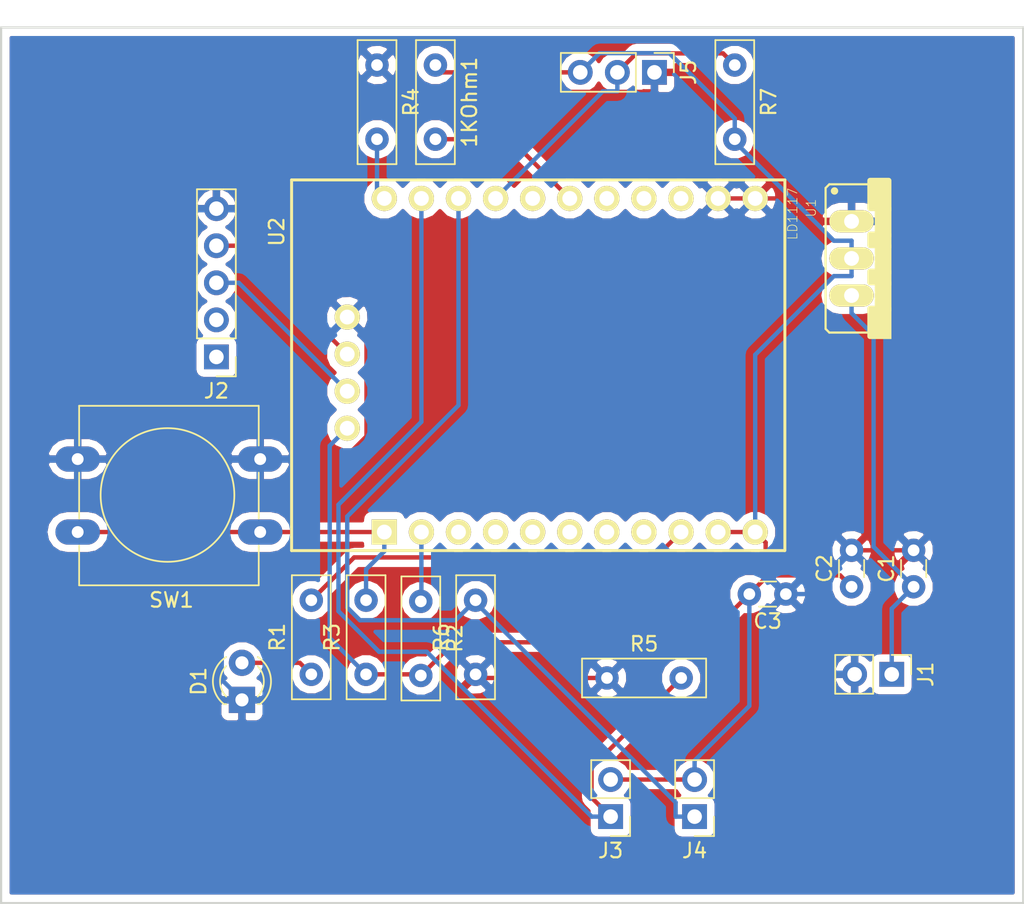
<source format=kicad_pcb>
(kicad_pcb (version 4) (host pcbnew 4.0.6)

  (general
    (links 45)
    (no_connects 0)
    (area 109.924999 57.941666 180.075001 120.075001)
    (thickness 1.6)
    (drawings 5)
    (tracks 125)
    (zones 0)
    (modules 20)
    (nets 27)
  )

  (page A4)
  (layers
    (0 F.Cu signal)
    (31 B.Cu signal hide)
    (32 B.Adhes user)
    (33 F.Adhes user)
    (34 B.Paste user)
    (35 F.Paste user)
    (36 B.SilkS user)
    (37 F.SilkS user)
    (38 B.Mask user)
    (39 F.Mask user)
    (40 Dwgs.User user)
    (41 Cmts.User user)
    (42 Eco1.User user)
    (43 Eco2.User user)
    (44 Edge.Cuts user)
    (45 Margin user)
    (46 B.CrtYd user)
    (47 F.CrtYd user)
    (48 B.Fab user)
    (49 F.Fab user)
  )

  (setup
    (last_trace_width 0.3)
    (trace_clearance 0.3)
    (zone_clearance 0.508)
    (zone_45_only no)
    (trace_min 0.2)
    (segment_width 0.2)
    (edge_width 0.15)
    (via_size 1.1)
    (via_drill 0.7)
    (via_min_size 0.4)
    (via_min_drill 0.3)
    (uvia_size 0.5)
    (uvia_drill 0.1)
    (uvias_allowed no)
    (uvia_min_size 0.2)
    (uvia_min_drill 0.1)
    (pcb_text_width 0.3)
    (pcb_text_size 1.5 1.5)
    (mod_edge_width 0.15)
    (mod_text_size 1 1)
    (mod_text_width 0.15)
    (pad_size 1.524 1.524)
    (pad_drill 0.762)
    (pad_to_mask_clearance 0.2)
    (aux_axis_origin 0 0)
    (visible_elements FFFFFF7F)
    (pcbplotparams
      (layerselection 0x00030_80000001)
      (usegerberextensions false)
      (excludeedgelayer true)
      (linewidth 0.100000)
      (plotframeref false)
      (viasonmask false)
      (mode 1)
      (useauxorigin false)
      (hpglpennumber 1)
      (hpglpenspeed 20)
      (hpglpendiameter 15)
      (hpglpenoverlay 2)
      (psnegative false)
      (psa4output false)
      (plotreference true)
      (plotvalue true)
      (plotinvisibletext false)
      (padsonsilk false)
      (subtractmaskfromsilk false)
      (outputformat 1)
      (mirror false)
      (drillshape 0)
      (scaleselection 1)
      (outputdirectory "/Volumes/Drive/dennisloepke/Documents/HomeSic PCB/Gerber/"))
  )

  (net 0 "")
  (net 1 VCC)
  (net 2 "Net-(1KOhm1-Pad2)")
  (net 3 "Net-(C1-Pad1)")
  (net 4 GND)
  (net 5 "Net-(D1-Pad2)")
  (net 6 "Net-(J2-Pad1)")
  (net 7 "Net-(J2-Pad2)")
  (net 8 "Net-(J2-Pad3)")
  (net 9 "Net-(J2-Pad4)")
  (net 10 "Net-(J3-Pad1)")
  (net 11 "Net-(J4-Pad1)")
  (net 12 "Net-(J5-Pad2)")
  (net 13 "Net-(R1-Pad2)")
  (net 14 "Net-(R2-Pad1)")
  (net 15 "Net-(R3-Pad2)")
  (net 16 "Net-(R4-Pad2)")
  (net 17 "Net-(U2-Pad3)")
  (net 18 "Net-(U2-Pad4)")
  (net 19 "Net-(U2-Pad5)")
  (net 20 "Net-(U2-Pad6)")
  (net 21 "Net-(U2-Pad7)")
  (net 22 "Net-(U2-Pad8)")
  (net 23 "Net-(U2-Pad14)")
  (net 24 "Net-(U2-Pad15)")
  (net 25 "Net-(U2-Pad16)")
  (net 26 "Net-(U2-Pad18)")

  (net_class Default "Dies ist die voreingestellte Netzklasse."
    (clearance 0.3)
    (trace_width 0.3)
    (via_dia 1.1)
    (via_drill 0.7)
    (uvia_dia 0.5)
    (uvia_drill 0.1)
    (add_net GND)
    (add_net "Net-(1KOhm1-Pad2)")
    (add_net "Net-(C1-Pad1)")
    (add_net "Net-(D1-Pad2)")
    (add_net "Net-(J2-Pad1)")
    (add_net "Net-(J2-Pad2)")
    (add_net "Net-(J2-Pad3)")
    (add_net "Net-(J2-Pad4)")
    (add_net "Net-(J3-Pad1)")
    (add_net "Net-(J4-Pad1)")
    (add_net "Net-(J5-Pad2)")
    (add_net "Net-(R1-Pad2)")
    (add_net "Net-(R2-Pad1)")
    (add_net "Net-(R3-Pad2)")
    (add_net "Net-(R4-Pad2)")
    (add_net "Net-(U2-Pad14)")
    (add_net "Net-(U2-Pad15)")
    (add_net "Net-(U2-Pad16)")
    (add_net "Net-(U2-Pad18)")
    (add_net "Net-(U2-Pad3)")
    (add_net "Net-(U2-Pad4)")
    (add_net "Net-(U2-Pad5)")
    (add_net "Net-(U2-Pad6)")
    (add_net "Net-(U2-Pad7)")
    (add_net "Net-(U2-Pad8)")
    (add_net VCC)
  )

  (module Resistors_THT:R_Box_L8.4mm_W2.5mm_P5.08mm (layer F.Cu) (tedit 5874F706) (tstamp 594D860A)
    (at 139.745 62.575 270)
    (descr "Resistor, Box series, Radial, pin pitch=5.08mm, 0.5W = 1/2W, length*width=8.38*2.54mm^2, http://www.vishay.com/docs/60051/cns020.pdf")
    (tags "Resistor Box series Radial pin pitch 5.08mm 0.5W = 1/2W length 8.38mm width 2.54mm")
    (path /594D6C96)
    (fp_text reference 1KOhm1 (at 2.54 -2.33 270) (layer F.SilkS)
      (effects (font (size 1 1) (thickness 0.15)))
    )
    (fp_text value R (at 2.54 2.33 270) (layer F.Fab)
      (effects (font (size 1 1) (thickness 0.15)))
    )
    (fp_line (start -1.65 -1.27) (end -1.65 1.27) (layer F.Fab) (width 0.1))
    (fp_line (start -1.65 1.27) (end 6.73 1.27) (layer F.Fab) (width 0.1))
    (fp_line (start 6.73 1.27) (end 6.73 -1.27) (layer F.Fab) (width 0.1))
    (fp_line (start 6.73 -1.27) (end -1.65 -1.27) (layer F.Fab) (width 0.1))
    (fp_line (start -1.71 -1.33) (end 6.79 -1.33) (layer F.SilkS) (width 0.12))
    (fp_line (start -1.71 1.33) (end 6.79 1.33) (layer F.SilkS) (width 0.12))
    (fp_line (start -1.71 -1.33) (end -1.71 1.33) (layer F.SilkS) (width 0.12))
    (fp_line (start 6.79 -1.33) (end 6.79 1.33) (layer F.SilkS) (width 0.12))
    (fp_line (start -2 -1.6) (end -2 1.6) (layer F.CrtYd) (width 0.05))
    (fp_line (start -2 1.6) (end 7.05 1.6) (layer F.CrtYd) (width 0.05))
    (fp_line (start 7.05 1.6) (end 7.05 -1.6) (layer F.CrtYd) (width 0.05))
    (fp_line (start 7.05 -1.6) (end -2 -1.6) (layer F.CrtYd) (width 0.05))
    (pad 1 thru_hole circle (at 0 0 270) (size 1.6 1.6) (drill 0.8) (layers *.Cu *.Mask)
      (net 1 VCC))
    (pad 2 thru_hole circle (at 5.08 0 270) (size 1.6 1.6) (drill 0.8) (layers *.Cu *.Mask)
      (net 2 "Net-(1KOhm1-Pad2)"))
    (model Resistors_THT.3dshapes/R_Box_L8.4mm_W2.5mm_P5.08mm.wrl
      (at (xyz 0 0 0))
      (scale (xyz 0.393701 0.393701 0.393701))
      (rotate (xyz 0 0 0))
    )
  )

  (module Capacitors_THT:C_Disc_D3.0mm_W1.6mm_P2.50mm (layer F.Cu) (tedit 5920C254) (tstamp 594D8610)
    (at 172.495 98.325 90)
    (descr "C, Disc series, Radial, pin pitch=2.50mm, , diameter*width=3.0*1.6mm^2, Capacitor, http://www.vishay.com/docs/45233/krseries.pdf")
    (tags "C Disc series Radial pin pitch 2.50mm  diameter 3.0mm width 1.6mm Capacitor")
    (path /594D680D)
    (fp_text reference C1 (at 1.25 -1.86 90) (layer F.SilkS)
      (effects (font (size 1 1) (thickness 0.15)))
    )
    (fp_text value 100nF (at 1.25 1.86 90) (layer F.Fab)
      (effects (font (size 1 1) (thickness 0.15)))
    )
    (fp_text user %R (at 1.25 0 90) (layer F.Fab)
      (effects (font (size 0.7 0.7) (thickness 0.105)))
    )
    (fp_line (start -0.25 -0.8) (end -0.25 0.8) (layer F.Fab) (width 0.1))
    (fp_line (start -0.25 0.8) (end 2.75 0.8) (layer F.Fab) (width 0.1))
    (fp_line (start 2.75 0.8) (end 2.75 -0.8) (layer F.Fab) (width 0.1))
    (fp_line (start 2.75 -0.8) (end -0.25 -0.8) (layer F.Fab) (width 0.1))
    (fp_line (start 0.663 -0.861) (end 1.837 -0.861) (layer F.SilkS) (width 0.12))
    (fp_line (start 0.663 0.861) (end 1.837 0.861) (layer F.SilkS) (width 0.12))
    (fp_line (start -1.05 -1.15) (end -1.05 1.15) (layer F.CrtYd) (width 0.05))
    (fp_line (start -1.05 1.15) (end 3.55 1.15) (layer F.CrtYd) (width 0.05))
    (fp_line (start 3.55 1.15) (end 3.55 -1.15) (layer F.CrtYd) (width 0.05))
    (fp_line (start 3.55 -1.15) (end -1.05 -1.15) (layer F.CrtYd) (width 0.05))
    (pad 1 thru_hole circle (at 0 0 90) (size 1.6 1.6) (drill 0.8) (layers *.Cu *.Mask)
      (net 3 "Net-(C1-Pad1)"))
    (pad 2 thru_hole circle (at 2.5 0 90) (size 1.6 1.6) (drill 0.8) (layers *.Cu *.Mask)
      (net 4 GND))
    (model ${KISYS3DMOD}/Capacitors_THT.3dshapes/C_Disc_D3.0mm_W1.6mm_P2.50mm.wrl
      (at (xyz 0 0 0))
      (scale (xyz 0.393701 0.393701 0.393701))
      (rotate (xyz 0 0 0))
    )
  )

  (module Capacitors_THT:C_Disc_D3.0mm_W1.6mm_P2.50mm (layer F.Cu) (tedit 5920C254) (tstamp 594D8616)
    (at 168.245 98.325 90)
    (descr "C, Disc series, Radial, pin pitch=2.50mm, , diameter*width=3.0*1.6mm^2, Capacitor, http://www.vishay.com/docs/45233/krseries.pdf")
    (tags "C Disc series Radial pin pitch 2.50mm  diameter 3.0mm width 1.6mm Capacitor")
    (path /594D685E)
    (fp_text reference C2 (at 1.25 -1.86 90) (layer F.SilkS)
      (effects (font (size 1 1) (thickness 0.15)))
    )
    (fp_text value 10uF (at 1.25 1.86 90) (layer F.Fab)
      (effects (font (size 1 1) (thickness 0.15)))
    )
    (fp_text user %R (at 1.25 0 90) (layer F.Fab)
      (effects (font (size 0.7 0.7) (thickness 0.105)))
    )
    (fp_line (start -0.25 -0.8) (end -0.25 0.8) (layer F.Fab) (width 0.1))
    (fp_line (start -0.25 0.8) (end 2.75 0.8) (layer F.Fab) (width 0.1))
    (fp_line (start 2.75 0.8) (end 2.75 -0.8) (layer F.Fab) (width 0.1))
    (fp_line (start 2.75 -0.8) (end -0.25 -0.8) (layer F.Fab) (width 0.1))
    (fp_line (start 0.663 -0.861) (end 1.837 -0.861) (layer F.SilkS) (width 0.12))
    (fp_line (start 0.663 0.861) (end 1.837 0.861) (layer F.SilkS) (width 0.12))
    (fp_line (start -1.05 -1.15) (end -1.05 1.15) (layer F.CrtYd) (width 0.05))
    (fp_line (start -1.05 1.15) (end 3.55 1.15) (layer F.CrtYd) (width 0.05))
    (fp_line (start 3.55 1.15) (end 3.55 -1.15) (layer F.CrtYd) (width 0.05))
    (fp_line (start 3.55 -1.15) (end -1.05 -1.15) (layer F.CrtYd) (width 0.05))
    (pad 1 thru_hole circle (at 0 0 90) (size 1.6 1.6) (drill 0.8) (layers *.Cu *.Mask)
      (net 1 VCC))
    (pad 2 thru_hole circle (at 2.5 0 90) (size 1.6 1.6) (drill 0.8) (layers *.Cu *.Mask)
      (net 4 GND))
    (model ${KISYS3DMOD}/Capacitors_THT.3dshapes/C_Disc_D3.0mm_W1.6mm_P2.50mm.wrl
      (at (xyz 0 0 0))
      (scale (xyz 0.393701 0.393701 0.393701))
      (rotate (xyz 0 0 0))
    )
  )

  (module Capacitors_THT:C_Disc_D3.0mm_W1.6mm_P2.50mm (layer F.Cu) (tedit 5920C254) (tstamp 594D861C)
    (at 163.745 98.825 180)
    (descr "C, Disc series, Radial, pin pitch=2.50mm, , diameter*width=3.0*1.6mm^2, Capacitor, http://www.vishay.com/docs/45233/krseries.pdf")
    (tags "C Disc series Radial pin pitch 2.50mm  diameter 3.0mm width 1.6mm Capacitor")
    (path /594D6CE4)
    (fp_text reference C3 (at 1.25 -1.86 180) (layer F.SilkS)
      (effects (font (size 1 1) (thickness 0.15)))
    )
    (fp_text value C (at 1.25 1.86 180) (layer F.Fab)
      (effects (font (size 1 1) (thickness 0.15)))
    )
    (fp_text user %R (at 1.25 0 180) (layer F.Fab)
      (effects (font (size 0.7 0.7) (thickness 0.105)))
    )
    (fp_line (start -0.25 -0.8) (end -0.25 0.8) (layer F.Fab) (width 0.1))
    (fp_line (start -0.25 0.8) (end 2.75 0.8) (layer F.Fab) (width 0.1))
    (fp_line (start 2.75 0.8) (end 2.75 -0.8) (layer F.Fab) (width 0.1))
    (fp_line (start 2.75 -0.8) (end -0.25 -0.8) (layer F.Fab) (width 0.1))
    (fp_line (start 0.663 -0.861) (end 1.837 -0.861) (layer F.SilkS) (width 0.12))
    (fp_line (start 0.663 0.861) (end 1.837 0.861) (layer F.SilkS) (width 0.12))
    (fp_line (start -1.05 -1.15) (end -1.05 1.15) (layer F.CrtYd) (width 0.05))
    (fp_line (start -1.05 1.15) (end 3.55 1.15) (layer F.CrtYd) (width 0.05))
    (fp_line (start 3.55 1.15) (end 3.55 -1.15) (layer F.CrtYd) (width 0.05))
    (fp_line (start 3.55 -1.15) (end -1.05 -1.15) (layer F.CrtYd) (width 0.05))
    (pad 1 thru_hole circle (at 0 0 180) (size 1.6 1.6) (drill 0.8) (layers *.Cu *.Mask)
      (net 4 GND))
    (pad 2 thru_hole circle (at 2.5 0 180) (size 1.6 1.6) (drill 0.8) (layers *.Cu *.Mask)
      (net 1 VCC))
    (model ${KISYS3DMOD}/Capacitors_THT.3dshapes/C_Disc_D3.0mm_W1.6mm_P2.50mm.wrl
      (at (xyz 0 0 0))
      (scale (xyz 0.393701 0.393701 0.393701))
      (rotate (xyz 0 0 0))
    )
  )

  (module LEDs:LED_D3.0mm_FlatTop (layer F.Cu) (tedit 5880A862) (tstamp 594D8622)
    (at 126.495 106.075 90)
    (descr "LED, Round, FlatTop, diameter 3.0mm, 2 pins, http://www.kingbright.com/attachments/file/psearch/000/00/00/L-47XEC(Ver.9A).pdf")
    (tags "LED Round FlatTop diameter 3.0mm 2 pins")
    (path /594D76F4)
    (fp_text reference D1 (at 1.27 -2.96 90) (layer F.SilkS)
      (effects (font (size 1 1) (thickness 0.15)))
    )
    (fp_text value LED (at 1.27 2.96 90) (layer F.Fab)
      (effects (font (size 1 1) (thickness 0.15)))
    )
    (fp_arc (start 1.27 0) (end -0.23 -1.16619) (angle 284.3) (layer F.Fab) (width 0.1))
    (fp_arc (start 1.27 0) (end -0.29 -1.235516) (angle 108.8) (layer F.SilkS) (width 0.12))
    (fp_arc (start 1.27 0) (end -0.29 1.235516) (angle -108.8) (layer F.SilkS) (width 0.12))
    (fp_arc (start 1.27 0) (end 0.229039 -1.08) (angle 87.9) (layer F.SilkS) (width 0.12))
    (fp_arc (start 1.27 0) (end 0.229039 1.08) (angle -87.9) (layer F.SilkS) (width 0.12))
    (fp_circle (center 1.27 0) (end 2.77 0) (layer F.Fab) (width 0.1))
    (fp_line (start -0.23 -1.16619) (end -0.23 1.16619) (layer F.Fab) (width 0.1))
    (fp_line (start -0.29 -1.236) (end -0.29 -1.08) (layer F.SilkS) (width 0.12))
    (fp_line (start -0.29 1.08) (end -0.29 1.236) (layer F.SilkS) (width 0.12))
    (fp_line (start -1.15 -2.25) (end -1.15 2.25) (layer F.CrtYd) (width 0.05))
    (fp_line (start -1.15 2.25) (end 3.7 2.25) (layer F.CrtYd) (width 0.05))
    (fp_line (start 3.7 2.25) (end 3.7 -2.25) (layer F.CrtYd) (width 0.05))
    (fp_line (start 3.7 -2.25) (end -1.15 -2.25) (layer F.CrtYd) (width 0.05))
    (pad 1 thru_hole rect (at 0 0 90) (size 1.8 1.8) (drill 0.9) (layers *.Cu *.Mask)
      (net 4 GND))
    (pad 2 thru_hole circle (at 2.54 0 90) (size 1.8 1.8) (drill 0.9) (layers *.Cu *.Mask)
      (net 5 "Net-(D1-Pad2)"))
    (model LEDs.3dshapes/LED_D3.0mm_FlatTop.wrl
      (at (xyz 0 0 0))
      (scale (xyz 0.393701 0.393701 0.393701))
      (rotate (xyz 0 0 0))
    )
  )

  (module Pin_Headers:Pin_Header_Straight_1x02_Pitch2.54mm (layer F.Cu) (tedit 58CD4EC1) (tstamp 594D8628)
    (at 170.995 104.325 270)
    (descr "Through hole straight pin header, 1x02, 2.54mm pitch, single row")
    (tags "Through hole pin header THT 1x02 2.54mm single row")
    (path /594D6761)
    (fp_text reference J1 (at 0 -2.33 270) (layer F.SilkS)
      (effects (font (size 1 1) (thickness 0.15)))
    )
    (fp_text value Batterie (at 0 4.87 270) (layer F.Fab)
      (effects (font (size 1 1) (thickness 0.15)))
    )
    (fp_line (start -1.27 -1.27) (end -1.27 3.81) (layer F.Fab) (width 0.1))
    (fp_line (start -1.27 3.81) (end 1.27 3.81) (layer F.Fab) (width 0.1))
    (fp_line (start 1.27 3.81) (end 1.27 -1.27) (layer F.Fab) (width 0.1))
    (fp_line (start 1.27 -1.27) (end -1.27 -1.27) (layer F.Fab) (width 0.1))
    (fp_line (start -1.33 1.27) (end -1.33 3.87) (layer F.SilkS) (width 0.12))
    (fp_line (start -1.33 3.87) (end 1.33 3.87) (layer F.SilkS) (width 0.12))
    (fp_line (start 1.33 3.87) (end 1.33 1.27) (layer F.SilkS) (width 0.12))
    (fp_line (start 1.33 1.27) (end -1.33 1.27) (layer F.SilkS) (width 0.12))
    (fp_line (start -1.33 0) (end -1.33 -1.33) (layer F.SilkS) (width 0.12))
    (fp_line (start -1.33 -1.33) (end 0 -1.33) (layer F.SilkS) (width 0.12))
    (fp_line (start -1.8 -1.8) (end -1.8 4.35) (layer F.CrtYd) (width 0.05))
    (fp_line (start -1.8 4.35) (end 1.8 4.35) (layer F.CrtYd) (width 0.05))
    (fp_line (start 1.8 4.35) (end 1.8 -1.8) (layer F.CrtYd) (width 0.05))
    (fp_line (start 1.8 -1.8) (end -1.8 -1.8) (layer F.CrtYd) (width 0.05))
    (fp_text user %R (at 0 -2.33 270) (layer F.Fab)
      (effects (font (size 1 1) (thickness 0.15)))
    )
    (pad 1 thru_hole rect (at 0 0 270) (size 1.7 1.7) (drill 1) (layers *.Cu *.Mask)
      (net 3 "Net-(C1-Pad1)"))
    (pad 2 thru_hole oval (at 0 2.54 270) (size 1.7 1.7) (drill 1) (layers *.Cu *.Mask)
      (net 4 GND))
    (model ${KISYS3DMOD}/Pin_Headers.3dshapes/Pin_Header_Straight_1x02_Pitch2.54mm.wrl
      (at (xyz 0 -0.05 0))
      (scale (xyz 1 1 1))
      (rotate (xyz 0 0 90))
    )
  )

  (module Pin_Headers:Pin_Header_Straight_1x05_Pitch2.54mm (layer F.Cu) (tedit 58CD4EC1) (tstamp 594D8631)
    (at 124.745 82.575 180)
    (descr "Through hole straight pin header, 1x05, 2.54mm pitch, single row")
    (tags "Through hole pin header THT 1x05 2.54mm single row")
    (path /594D2EEE)
    (fp_text reference J2 (at 0 -2.33 180) (layer F.SilkS)
      (effects (font (size 1 1) (thickness 0.15)))
    )
    (fp_text value "Serial Header" (at 0 12.49 180) (layer F.Fab)
      (effects (font (size 1 1) (thickness 0.15)))
    )
    (fp_line (start -1.27 -1.27) (end -1.27 11.43) (layer F.Fab) (width 0.1))
    (fp_line (start -1.27 11.43) (end 1.27 11.43) (layer F.Fab) (width 0.1))
    (fp_line (start 1.27 11.43) (end 1.27 -1.27) (layer F.Fab) (width 0.1))
    (fp_line (start 1.27 -1.27) (end -1.27 -1.27) (layer F.Fab) (width 0.1))
    (fp_line (start -1.33 1.27) (end -1.33 11.49) (layer F.SilkS) (width 0.12))
    (fp_line (start -1.33 11.49) (end 1.33 11.49) (layer F.SilkS) (width 0.12))
    (fp_line (start 1.33 11.49) (end 1.33 1.27) (layer F.SilkS) (width 0.12))
    (fp_line (start 1.33 1.27) (end -1.33 1.27) (layer F.SilkS) (width 0.12))
    (fp_line (start -1.33 0) (end -1.33 -1.33) (layer F.SilkS) (width 0.12))
    (fp_line (start -1.33 -1.33) (end 0 -1.33) (layer F.SilkS) (width 0.12))
    (fp_line (start -1.8 -1.8) (end -1.8 11.95) (layer F.CrtYd) (width 0.05))
    (fp_line (start -1.8 11.95) (end 1.8 11.95) (layer F.CrtYd) (width 0.05))
    (fp_line (start 1.8 11.95) (end 1.8 -1.8) (layer F.CrtYd) (width 0.05))
    (fp_line (start 1.8 -1.8) (end -1.8 -1.8) (layer F.CrtYd) (width 0.05))
    (fp_text user %R (at 0 -2.33 180) (layer F.Fab)
      (effects (font (size 1 1) (thickness 0.15)))
    )
    (pad 1 thru_hole rect (at 0 0 180) (size 1.7 1.7) (drill 1) (layers *.Cu *.Mask)
      (net 6 "Net-(J2-Pad1)"))
    (pad 2 thru_hole oval (at 0 2.54 180) (size 1.7 1.7) (drill 1) (layers *.Cu *.Mask)
      (net 7 "Net-(J2-Pad2)"))
    (pad 3 thru_hole oval (at 0 5.08 180) (size 1.7 1.7) (drill 1) (layers *.Cu *.Mask)
      (net 8 "Net-(J2-Pad3)"))
    (pad 4 thru_hole oval (at 0 7.62 180) (size 1.7 1.7) (drill 1) (layers *.Cu *.Mask)
      (net 9 "Net-(J2-Pad4)"))
    (pad 5 thru_hole oval (at 0 10.16 180) (size 1.7 1.7) (drill 1) (layers *.Cu *.Mask)
      (net 4 GND))
    (model ${KISYS3DMOD}/Pin_Headers.3dshapes/Pin_Header_Straight_1x05_Pitch2.54mm.wrl
      (at (xyz 0 -0.2 0))
      (scale (xyz 1 1 1))
      (rotate (xyz 0 0 90))
    )
  )

  (module Pin_Headers:Pin_Header_Straight_1x02_Pitch2.54mm (layer F.Cu) (tedit 58CD4EC1) (tstamp 594D8637)
    (at 151.745 114.075 180)
    (descr "Through hole straight pin header, 1x02, 2.54mm pitch, single row")
    (tags "Through hole pin header THT 1x02 2.54mm single row")
    (path /594D2C29)
    (fp_text reference J3 (at 0 -2.33 180) (layer F.SilkS)
      (effects (font (size 1 1) (thickness 0.15)))
    )
    (fp_text value Sensor_1 (at 0 4.87 180) (layer F.Fab)
      (effects (font (size 1 1) (thickness 0.15)))
    )
    (fp_line (start -1.27 -1.27) (end -1.27 3.81) (layer F.Fab) (width 0.1))
    (fp_line (start -1.27 3.81) (end 1.27 3.81) (layer F.Fab) (width 0.1))
    (fp_line (start 1.27 3.81) (end 1.27 -1.27) (layer F.Fab) (width 0.1))
    (fp_line (start 1.27 -1.27) (end -1.27 -1.27) (layer F.Fab) (width 0.1))
    (fp_line (start -1.33 1.27) (end -1.33 3.87) (layer F.SilkS) (width 0.12))
    (fp_line (start -1.33 3.87) (end 1.33 3.87) (layer F.SilkS) (width 0.12))
    (fp_line (start 1.33 3.87) (end 1.33 1.27) (layer F.SilkS) (width 0.12))
    (fp_line (start 1.33 1.27) (end -1.33 1.27) (layer F.SilkS) (width 0.12))
    (fp_line (start -1.33 0) (end -1.33 -1.33) (layer F.SilkS) (width 0.12))
    (fp_line (start -1.33 -1.33) (end 0 -1.33) (layer F.SilkS) (width 0.12))
    (fp_line (start -1.8 -1.8) (end -1.8 4.35) (layer F.CrtYd) (width 0.05))
    (fp_line (start -1.8 4.35) (end 1.8 4.35) (layer F.CrtYd) (width 0.05))
    (fp_line (start 1.8 4.35) (end 1.8 -1.8) (layer F.CrtYd) (width 0.05))
    (fp_line (start 1.8 -1.8) (end -1.8 -1.8) (layer F.CrtYd) (width 0.05))
    (fp_text user %R (at 0 -2.33 180) (layer F.Fab)
      (effects (font (size 1 1) (thickness 0.15)))
    )
    (pad 1 thru_hole rect (at 0 0 180) (size 1.7 1.7) (drill 1) (layers *.Cu *.Mask)
      (net 10 "Net-(J3-Pad1)"))
    (pad 2 thru_hole oval (at 0 2.54 180) (size 1.7 1.7) (drill 1) (layers *.Cu *.Mask)
      (net 1 VCC))
    (model ${KISYS3DMOD}/Pin_Headers.3dshapes/Pin_Header_Straight_1x02_Pitch2.54mm.wrl
      (at (xyz 0 -0.05 0))
      (scale (xyz 1 1 1))
      (rotate (xyz 0 0 90))
    )
  )

  (module Pin_Headers:Pin_Header_Straight_1x02_Pitch2.54mm (layer F.Cu) (tedit 58CD4EC1) (tstamp 594D863D)
    (at 157.495 114.075 180)
    (descr "Through hole straight pin header, 1x02, 2.54mm pitch, single row")
    (tags "Through hole pin header THT 1x02 2.54mm single row")
    (path /594D2C97)
    (fp_text reference J4 (at 0 -2.33 180) (layer F.SilkS)
      (effects (font (size 1 1) (thickness 0.15)))
    )
    (fp_text value Sensor_2 (at 0 4.87 180) (layer F.Fab)
      (effects (font (size 1 1) (thickness 0.15)))
    )
    (fp_line (start -1.27 -1.27) (end -1.27 3.81) (layer F.Fab) (width 0.1))
    (fp_line (start -1.27 3.81) (end 1.27 3.81) (layer F.Fab) (width 0.1))
    (fp_line (start 1.27 3.81) (end 1.27 -1.27) (layer F.Fab) (width 0.1))
    (fp_line (start 1.27 -1.27) (end -1.27 -1.27) (layer F.Fab) (width 0.1))
    (fp_line (start -1.33 1.27) (end -1.33 3.87) (layer F.SilkS) (width 0.12))
    (fp_line (start -1.33 3.87) (end 1.33 3.87) (layer F.SilkS) (width 0.12))
    (fp_line (start 1.33 3.87) (end 1.33 1.27) (layer F.SilkS) (width 0.12))
    (fp_line (start 1.33 1.27) (end -1.33 1.27) (layer F.SilkS) (width 0.12))
    (fp_line (start -1.33 0) (end -1.33 -1.33) (layer F.SilkS) (width 0.12))
    (fp_line (start -1.33 -1.33) (end 0 -1.33) (layer F.SilkS) (width 0.12))
    (fp_line (start -1.8 -1.8) (end -1.8 4.35) (layer F.CrtYd) (width 0.05))
    (fp_line (start -1.8 4.35) (end 1.8 4.35) (layer F.CrtYd) (width 0.05))
    (fp_line (start 1.8 4.35) (end 1.8 -1.8) (layer F.CrtYd) (width 0.05))
    (fp_line (start 1.8 -1.8) (end -1.8 -1.8) (layer F.CrtYd) (width 0.05))
    (fp_text user %R (at 0 -2.33 180) (layer F.Fab)
      (effects (font (size 1 1) (thickness 0.15)))
    )
    (pad 1 thru_hole rect (at 0 0 180) (size 1.7 1.7) (drill 1) (layers *.Cu *.Mask)
      (net 11 "Net-(J4-Pad1)"))
    (pad 2 thru_hole oval (at 0 2.54 180) (size 1.7 1.7) (drill 1) (layers *.Cu *.Mask)
      (net 1 VCC))
    (model ${KISYS3DMOD}/Pin_Headers.3dshapes/Pin_Header_Straight_1x02_Pitch2.54mm.wrl
      (at (xyz 0 -0.05 0))
      (scale (xyz 1 1 1))
      (rotate (xyz 0 0 90))
    )
  )

  (module Pin_Headers:Pin_Header_Straight_1x03_Pitch2.54mm (layer F.Cu) (tedit 58CD4EC1) (tstamp 594D8644)
    (at 154.745 63.075 270)
    (descr "Through hole straight pin header, 1x03, 2.54mm pitch, single row")
    (tags "Through hole pin header THT 1x03 2.54mm single row")
    (path /594D943C)
    (fp_text reference J5 (at 0 -2.33 270) (layer F.SilkS)
      (effects (font (size 1 1) (thickness 0.15)))
    )
    (fp_text value CONN_01X03 (at 0 7.41 270) (layer F.Fab)
      (effects (font (size 1 1) (thickness 0.15)))
    )
    (fp_line (start -1.27 -1.27) (end -1.27 6.35) (layer F.Fab) (width 0.1))
    (fp_line (start -1.27 6.35) (end 1.27 6.35) (layer F.Fab) (width 0.1))
    (fp_line (start 1.27 6.35) (end 1.27 -1.27) (layer F.Fab) (width 0.1))
    (fp_line (start 1.27 -1.27) (end -1.27 -1.27) (layer F.Fab) (width 0.1))
    (fp_line (start -1.33 1.27) (end -1.33 6.41) (layer F.SilkS) (width 0.12))
    (fp_line (start -1.33 6.41) (end 1.33 6.41) (layer F.SilkS) (width 0.12))
    (fp_line (start 1.33 6.41) (end 1.33 1.27) (layer F.SilkS) (width 0.12))
    (fp_line (start 1.33 1.27) (end -1.33 1.27) (layer F.SilkS) (width 0.12))
    (fp_line (start -1.33 0) (end -1.33 -1.33) (layer F.SilkS) (width 0.12))
    (fp_line (start -1.33 -1.33) (end 0 -1.33) (layer F.SilkS) (width 0.12))
    (fp_line (start -1.8 -1.8) (end -1.8 6.85) (layer F.CrtYd) (width 0.05))
    (fp_line (start -1.8 6.85) (end 1.8 6.85) (layer F.CrtYd) (width 0.05))
    (fp_line (start 1.8 6.85) (end 1.8 -1.8) (layer F.CrtYd) (width 0.05))
    (fp_line (start 1.8 -1.8) (end -1.8 -1.8) (layer F.CrtYd) (width 0.05))
    (fp_text user %R (at 0 -2.33 270) (layer F.Fab)
      (effects (font (size 1 1) (thickness 0.15)))
    )
    (pad 1 thru_hole rect (at 0 0 270) (size 1.7 1.7) (drill 1) (layers *.Cu *.Mask)
      (net 4 GND))
    (pad 2 thru_hole oval (at 0 2.54 270) (size 1.7 1.7) (drill 1) (layers *.Cu *.Mask)
      (net 12 "Net-(J5-Pad2)"))
    (pad 3 thru_hole oval (at 0 5.08 270) (size 1.7 1.7) (drill 1) (layers *.Cu *.Mask)
      (net 1 VCC))
    (model ${KISYS3DMOD}/Pin_Headers.3dshapes/Pin_Header_Straight_1x03_Pitch2.54mm.wrl
      (at (xyz 0 -0.1 0))
      (scale (xyz 1 1 1))
      (rotate (xyz 0 0 90))
    )
  )

  (module Resistors_THT:R_Box_L8.4mm_W2.5mm_P5.08mm (layer F.Cu) (tedit 5874F706) (tstamp 594D864A)
    (at 131.245 104.325 90)
    (descr "Resistor, Box series, Radial, pin pitch=5.08mm, 0.5W = 1/2W, length*width=8.38*2.54mm^2, http://www.vishay.com/docs/60051/cns020.pdf")
    (tags "Resistor Box series Radial pin pitch 5.08mm 0.5W = 1/2W length 8.38mm width 2.54mm")
    (path /594D79CC)
    (fp_text reference R1 (at 2.54 -2.33 90) (layer F.SilkS)
      (effects (font (size 1 1) (thickness 0.15)))
    )
    (fp_text value 330Ohm (at 2.54 2.33 90) (layer F.Fab)
      (effects (font (size 1 1) (thickness 0.15)))
    )
    (fp_line (start -1.65 -1.27) (end -1.65 1.27) (layer F.Fab) (width 0.1))
    (fp_line (start -1.65 1.27) (end 6.73 1.27) (layer F.Fab) (width 0.1))
    (fp_line (start 6.73 1.27) (end 6.73 -1.27) (layer F.Fab) (width 0.1))
    (fp_line (start 6.73 -1.27) (end -1.65 -1.27) (layer F.Fab) (width 0.1))
    (fp_line (start -1.71 -1.33) (end 6.79 -1.33) (layer F.SilkS) (width 0.12))
    (fp_line (start -1.71 1.33) (end 6.79 1.33) (layer F.SilkS) (width 0.12))
    (fp_line (start -1.71 -1.33) (end -1.71 1.33) (layer F.SilkS) (width 0.12))
    (fp_line (start 6.79 -1.33) (end 6.79 1.33) (layer F.SilkS) (width 0.12))
    (fp_line (start -2 -1.6) (end -2 1.6) (layer F.CrtYd) (width 0.05))
    (fp_line (start -2 1.6) (end 7.05 1.6) (layer F.CrtYd) (width 0.05))
    (fp_line (start 7.05 1.6) (end 7.05 -1.6) (layer F.CrtYd) (width 0.05))
    (fp_line (start 7.05 -1.6) (end -2 -1.6) (layer F.CrtYd) (width 0.05))
    (pad 1 thru_hole circle (at 0 0 90) (size 1.6 1.6) (drill 0.8) (layers *.Cu *.Mask)
      (net 5 "Net-(D1-Pad2)"))
    (pad 2 thru_hole circle (at 5.08 0 90) (size 1.6 1.6) (drill 0.8) (layers *.Cu *.Mask)
      (net 13 "Net-(R1-Pad2)"))
    (model Resistors_THT.3dshapes/R_Box_L8.4mm_W2.5mm_P5.08mm.wrl
      (at (xyz 0 0 0))
      (scale (xyz 0.393701 0.393701 0.393701))
      (rotate (xyz 0 0 0))
    )
  )

  (module Resistors_THT:R_Box_L8.4mm_W2.5mm_P5.08mm (layer F.Cu) (tedit 5874F706) (tstamp 594D8650)
    (at 138.745 99.325 270)
    (descr "Resistor, Box series, Radial, pin pitch=5.08mm, 0.5W = 1/2W, length*width=8.38*2.54mm^2, http://www.vishay.com/docs/60051/cns020.pdf")
    (tags "Resistor Box series Radial pin pitch 5.08mm 0.5W = 1/2W length 8.38mm width 2.54mm")
    (path /594D8716)
    (fp_text reference R2 (at 2.54 -2.33 270) (layer F.SilkS)
      (effects (font (size 1 1) (thickness 0.15)))
    )
    (fp_text value 1KOhm (at 2.54 2.33 270) (layer F.Fab)
      (effects (font (size 1 1) (thickness 0.15)))
    )
    (fp_line (start -1.65 -1.27) (end -1.65 1.27) (layer F.Fab) (width 0.1))
    (fp_line (start -1.65 1.27) (end 6.73 1.27) (layer F.Fab) (width 0.1))
    (fp_line (start 6.73 1.27) (end 6.73 -1.27) (layer F.Fab) (width 0.1))
    (fp_line (start 6.73 -1.27) (end -1.65 -1.27) (layer F.Fab) (width 0.1))
    (fp_line (start -1.71 -1.33) (end 6.79 -1.33) (layer F.SilkS) (width 0.12))
    (fp_line (start -1.71 1.33) (end 6.79 1.33) (layer F.SilkS) (width 0.12))
    (fp_line (start -1.71 -1.33) (end -1.71 1.33) (layer F.SilkS) (width 0.12))
    (fp_line (start 6.79 -1.33) (end 6.79 1.33) (layer F.SilkS) (width 0.12))
    (fp_line (start -2 -1.6) (end -2 1.6) (layer F.CrtYd) (width 0.05))
    (fp_line (start -2 1.6) (end 7.05 1.6) (layer F.CrtYd) (width 0.05))
    (fp_line (start 7.05 1.6) (end 7.05 -1.6) (layer F.CrtYd) (width 0.05))
    (fp_line (start 7.05 -1.6) (end -2 -1.6) (layer F.CrtYd) (width 0.05))
    (pad 1 thru_hole circle (at 0 0 270) (size 1.6 1.6) (drill 0.8) (layers *.Cu *.Mask)
      (net 14 "Net-(R2-Pad1)"))
    (pad 2 thru_hole circle (at 5.08 0 270) (size 1.6 1.6) (drill 0.8) (layers *.Cu *.Mask)
      (net 1 VCC))
    (model Resistors_THT.3dshapes/R_Box_L8.4mm_W2.5mm_P5.08mm.wrl
      (at (xyz 0 0 0))
      (scale (xyz 0.393701 0.393701 0.393701))
      (rotate (xyz 0 0 0))
    )
  )

  (module Resistors_THT:R_Box_L8.4mm_W2.5mm_P5.08mm (layer F.Cu) (tedit 5874F706) (tstamp 594D8656)
    (at 134.995 104.325 90)
    (descr "Resistor, Box series, Radial, pin pitch=5.08mm, 0.5W = 1/2W, length*width=8.38*2.54mm^2, http://www.vishay.com/docs/60051/cns020.pdf")
    (tags "Resistor Box series Radial pin pitch 5.08mm 0.5W = 1/2W length 8.38mm width 2.54mm")
    (path /594D2834)
    (fp_text reference R3 (at 2.54 -2.33 90) (layer F.SilkS)
      (effects (font (size 1 1) (thickness 0.15)))
    )
    (fp_text value 1KOhm (at 2.54 2.33 90) (layer F.Fab)
      (effects (font (size 1 1) (thickness 0.15)))
    )
    (fp_line (start -1.65 -1.27) (end -1.65 1.27) (layer F.Fab) (width 0.1))
    (fp_line (start -1.65 1.27) (end 6.73 1.27) (layer F.Fab) (width 0.1))
    (fp_line (start 6.73 1.27) (end 6.73 -1.27) (layer F.Fab) (width 0.1))
    (fp_line (start 6.73 -1.27) (end -1.65 -1.27) (layer F.Fab) (width 0.1))
    (fp_line (start -1.71 -1.33) (end 6.79 -1.33) (layer F.SilkS) (width 0.12))
    (fp_line (start -1.71 1.33) (end 6.79 1.33) (layer F.SilkS) (width 0.12))
    (fp_line (start -1.71 -1.33) (end -1.71 1.33) (layer F.SilkS) (width 0.12))
    (fp_line (start 6.79 -1.33) (end 6.79 1.33) (layer F.SilkS) (width 0.12))
    (fp_line (start -2 -1.6) (end -2 1.6) (layer F.CrtYd) (width 0.05))
    (fp_line (start -2 1.6) (end 7.05 1.6) (layer F.CrtYd) (width 0.05))
    (fp_line (start 7.05 1.6) (end 7.05 -1.6) (layer F.CrtYd) (width 0.05))
    (fp_line (start 7.05 -1.6) (end -2 -1.6) (layer F.CrtYd) (width 0.05))
    (pad 1 thru_hole circle (at 0 0 90) (size 1.6 1.6) (drill 0.8) (layers *.Cu *.Mask)
      (net 1 VCC))
    (pad 2 thru_hole circle (at 5.08 0 90) (size 1.6 1.6) (drill 0.8) (layers *.Cu *.Mask)
      (net 15 "Net-(R3-Pad2)"))
    (model Resistors_THT.3dshapes/R_Box_L8.4mm_W2.5mm_P5.08mm.wrl
      (at (xyz 0 0 0))
      (scale (xyz 0.393701 0.393701 0.393701))
      (rotate (xyz 0 0 0))
    )
  )

  (module Resistors_THT:R_Box_L8.4mm_W2.5mm_P5.08mm (layer F.Cu) (tedit 5874F706) (tstamp 594D865C)
    (at 135.745 62.575 270)
    (descr "Resistor, Box series, Radial, pin pitch=5.08mm, 0.5W = 1/2W, length*width=8.38*2.54mm^2, http://www.vishay.com/docs/60051/cns020.pdf")
    (tags "Resistor Box series Radial pin pitch 5.08mm 0.5W = 1/2W length 8.38mm width 2.54mm")
    (path /594D8505)
    (fp_text reference R4 (at 2.54 -2.33 270) (layer F.SilkS)
      (effects (font (size 1 1) (thickness 0.15)))
    )
    (fp_text value 1KOhm (at 2.54 2.33 270) (layer F.Fab)
      (effects (font (size 1 1) (thickness 0.15)))
    )
    (fp_line (start -1.65 -1.27) (end -1.65 1.27) (layer F.Fab) (width 0.1))
    (fp_line (start -1.65 1.27) (end 6.73 1.27) (layer F.Fab) (width 0.1))
    (fp_line (start 6.73 1.27) (end 6.73 -1.27) (layer F.Fab) (width 0.1))
    (fp_line (start 6.73 -1.27) (end -1.65 -1.27) (layer F.Fab) (width 0.1))
    (fp_line (start -1.71 -1.33) (end 6.79 -1.33) (layer F.SilkS) (width 0.12))
    (fp_line (start -1.71 1.33) (end 6.79 1.33) (layer F.SilkS) (width 0.12))
    (fp_line (start -1.71 -1.33) (end -1.71 1.33) (layer F.SilkS) (width 0.12))
    (fp_line (start 6.79 -1.33) (end 6.79 1.33) (layer F.SilkS) (width 0.12))
    (fp_line (start -2 -1.6) (end -2 1.6) (layer F.CrtYd) (width 0.05))
    (fp_line (start -2 1.6) (end 7.05 1.6) (layer F.CrtYd) (width 0.05))
    (fp_line (start 7.05 1.6) (end 7.05 -1.6) (layer F.CrtYd) (width 0.05))
    (fp_line (start 7.05 -1.6) (end -2 -1.6) (layer F.CrtYd) (width 0.05))
    (pad 1 thru_hole circle (at 0 0 270) (size 1.6 1.6) (drill 0.8) (layers *.Cu *.Mask)
      (net 4 GND))
    (pad 2 thru_hole circle (at 5.08 0 270) (size 1.6 1.6) (drill 0.8) (layers *.Cu *.Mask)
      (net 16 "Net-(R4-Pad2)"))
    (model Resistors_THT.3dshapes/R_Box_L8.4mm_W2.5mm_P5.08mm.wrl
      (at (xyz 0 0 0))
      (scale (xyz 0.393701 0.393701 0.393701))
      (rotate (xyz 0 0 0))
    )
  )

  (module Resistors_THT:R_Box_L8.4mm_W2.5mm_P5.08mm (layer F.Cu) (tedit 5874F706) (tstamp 594D8662)
    (at 151.495 104.575)
    (descr "Resistor, Box series, Radial, pin pitch=5.08mm, 0.5W = 1/2W, length*width=8.38*2.54mm^2, http://www.vishay.com/docs/60051/cns020.pdf")
    (tags "Resistor Box series Radial pin pitch 5.08mm 0.5W = 1/2W length 8.38mm width 2.54mm")
    (path /594D748E)
    (fp_text reference R5 (at 2.54 -2.33) (layer F.SilkS)
      (effects (font (size 1 1) (thickness 0.15)))
    )
    (fp_text value 1KOhm (at 2.54 2.33) (layer F.Fab)
      (effects (font (size 1 1) (thickness 0.15)))
    )
    (fp_line (start -1.65 -1.27) (end -1.65 1.27) (layer F.Fab) (width 0.1))
    (fp_line (start -1.65 1.27) (end 6.73 1.27) (layer F.Fab) (width 0.1))
    (fp_line (start 6.73 1.27) (end 6.73 -1.27) (layer F.Fab) (width 0.1))
    (fp_line (start 6.73 -1.27) (end -1.65 -1.27) (layer F.Fab) (width 0.1))
    (fp_line (start -1.71 -1.33) (end 6.79 -1.33) (layer F.SilkS) (width 0.12))
    (fp_line (start -1.71 1.33) (end 6.79 1.33) (layer F.SilkS) (width 0.12))
    (fp_line (start -1.71 -1.33) (end -1.71 1.33) (layer F.SilkS) (width 0.12))
    (fp_line (start 6.79 -1.33) (end 6.79 1.33) (layer F.SilkS) (width 0.12))
    (fp_line (start -2 -1.6) (end -2 1.6) (layer F.CrtYd) (width 0.05))
    (fp_line (start -2 1.6) (end 7.05 1.6) (layer F.CrtYd) (width 0.05))
    (fp_line (start 7.05 1.6) (end 7.05 -1.6) (layer F.CrtYd) (width 0.05))
    (fp_line (start 7.05 -1.6) (end -2 -1.6) (layer F.CrtYd) (width 0.05))
    (pad 1 thru_hole circle (at 0 0) (size 1.6 1.6) (drill 0.8) (layers *.Cu *.Mask)
      (net 4 GND))
    (pad 2 thru_hole circle (at 5.08 0) (size 1.6 1.6) (drill 0.8) (layers *.Cu *.Mask)
      (net 10 "Net-(J3-Pad1)"))
    (model Resistors_THT.3dshapes/R_Box_L8.4mm_W2.5mm_P5.08mm.wrl
      (at (xyz 0 0 0))
      (scale (xyz 0.393701 0.393701 0.393701))
      (rotate (xyz 0 0 0))
    )
  )

  (module Resistors_THT:R_Box_L8.4mm_W2.5mm_P5.08mm (layer F.Cu) (tedit 5874F706) (tstamp 594D8668)
    (at 142.495 104.325 90)
    (descr "Resistor, Box series, Radial, pin pitch=5.08mm, 0.5W = 1/2W, length*width=8.38*2.54mm^2, http://www.vishay.com/docs/60051/cns020.pdf")
    (tags "Resistor Box series Radial pin pitch 5.08mm 0.5W = 1/2W length 8.38mm width 2.54mm")
    (path /594D74E6)
    (fp_text reference R6 (at 2.54 -2.33 90) (layer F.SilkS)
      (effects (font (size 1 1) (thickness 0.15)))
    )
    (fp_text value 1KOhm (at 2.54 2.33 90) (layer F.Fab)
      (effects (font (size 1 1) (thickness 0.15)))
    )
    (fp_line (start -1.65 -1.27) (end -1.65 1.27) (layer F.Fab) (width 0.1))
    (fp_line (start -1.65 1.27) (end 6.73 1.27) (layer F.Fab) (width 0.1))
    (fp_line (start 6.73 1.27) (end 6.73 -1.27) (layer F.Fab) (width 0.1))
    (fp_line (start 6.73 -1.27) (end -1.65 -1.27) (layer F.Fab) (width 0.1))
    (fp_line (start -1.71 -1.33) (end 6.79 -1.33) (layer F.SilkS) (width 0.12))
    (fp_line (start -1.71 1.33) (end 6.79 1.33) (layer F.SilkS) (width 0.12))
    (fp_line (start -1.71 -1.33) (end -1.71 1.33) (layer F.SilkS) (width 0.12))
    (fp_line (start 6.79 -1.33) (end 6.79 1.33) (layer F.SilkS) (width 0.12))
    (fp_line (start -2 -1.6) (end -2 1.6) (layer F.CrtYd) (width 0.05))
    (fp_line (start -2 1.6) (end 7.05 1.6) (layer F.CrtYd) (width 0.05))
    (fp_line (start 7.05 1.6) (end 7.05 -1.6) (layer F.CrtYd) (width 0.05))
    (fp_line (start 7.05 -1.6) (end -2 -1.6) (layer F.CrtYd) (width 0.05))
    (pad 1 thru_hole circle (at 0 0 90) (size 1.6 1.6) (drill 0.8) (layers *.Cu *.Mask)
      (net 4 GND))
    (pad 2 thru_hole circle (at 5.08 0 90) (size 1.6 1.6) (drill 0.8) (layers *.Cu *.Mask)
      (net 11 "Net-(J4-Pad1)"))
    (model Resistors_THT.3dshapes/R_Box_L8.4mm_W2.5mm_P5.08mm.wrl
      (at (xyz 0 0 0))
      (scale (xyz 0.393701 0.393701 0.393701))
      (rotate (xyz 0 0 0))
    )
  )

  (module Resistors_THT:R_Box_L8.4mm_W2.5mm_P5.08mm (layer F.Cu) (tedit 5874F706) (tstamp 594D866E)
    (at 160.245 62.575 270)
    (descr "Resistor, Box series, Radial, pin pitch=5.08mm, 0.5W = 1/2W, length*width=8.38*2.54mm^2, http://www.vishay.com/docs/60051/cns020.pdf")
    (tags "Resistor Box series Radial pin pitch 5.08mm 0.5W = 1/2W length 8.38mm width 2.54mm")
    (path /594D2AF5)
    (fp_text reference R7 (at 2.54 -2.33 270) (layer F.SilkS)
      (effects (font (size 1 1) (thickness 0.15)))
    )
    (fp_text value 10KOhm (at 2.54 2.33 270) (layer F.Fab)
      (effects (font (size 1 1) (thickness 0.15)))
    )
    (fp_line (start -1.65 -1.27) (end -1.65 1.27) (layer F.Fab) (width 0.1))
    (fp_line (start -1.65 1.27) (end 6.73 1.27) (layer F.Fab) (width 0.1))
    (fp_line (start 6.73 1.27) (end 6.73 -1.27) (layer F.Fab) (width 0.1))
    (fp_line (start 6.73 -1.27) (end -1.65 -1.27) (layer F.Fab) (width 0.1))
    (fp_line (start -1.71 -1.33) (end 6.79 -1.33) (layer F.SilkS) (width 0.12))
    (fp_line (start -1.71 1.33) (end 6.79 1.33) (layer F.SilkS) (width 0.12))
    (fp_line (start -1.71 -1.33) (end -1.71 1.33) (layer F.SilkS) (width 0.12))
    (fp_line (start 6.79 -1.33) (end 6.79 1.33) (layer F.SilkS) (width 0.12))
    (fp_line (start -2 -1.6) (end -2 1.6) (layer F.CrtYd) (width 0.05))
    (fp_line (start -2 1.6) (end 7.05 1.6) (layer F.CrtYd) (width 0.05))
    (fp_line (start 7.05 1.6) (end 7.05 -1.6) (layer F.CrtYd) (width 0.05))
    (fp_line (start 7.05 -1.6) (end -2 -1.6) (layer F.CrtYd) (width 0.05))
    (pad 1 thru_hole circle (at 0 0 270) (size 1.6 1.6) (drill 0.8) (layers *.Cu *.Mask)
      (net 12 "Net-(J5-Pad2)"))
    (pad 2 thru_hole circle (at 5.08 0 270) (size 1.6 1.6) (drill 0.8) (layers *.Cu *.Mask)
      (net 1 VCC))
    (model Resistors_THT.3dshapes/R_Box_L8.4mm_W2.5mm_P5.08mm.wrl
      (at (xyz 0 0 0))
      (scale (xyz 0.393701 0.393701 0.393701))
      (rotate (xyz 0 0 0))
    )
  )

  (module Buttons_Switches_THT:SW_PUSH-12mm (layer F.Cu) (tedit 592546E6) (tstamp 594D8676)
    (at 127.745 94.575 180)
    (descr "SW PUSH 12mm https://www.e-switch.com/system/asset/product_line/data_sheet/143/TL1100.pdf")
    (tags "tact sw push 12mm")
    (path /594DDD58)
    (fp_text reference SW1 (at 6.08 -4.66 180) (layer F.SilkS)
      (effects (font (size 1 1) (thickness 0.15)))
    )
    (fp_text value SW_SPST (at 6.62 9.93 180) (layer F.Fab)
      (effects (font (size 1 1) (thickness 0.15)))
    )
    (fp_line (start 0.25 8.5) (end 12.25 8.5) (layer F.Fab) (width 0.1))
    (fp_line (start 0.25 -3.5) (end 12.25 -3.5) (layer F.Fab) (width 0.1))
    (fp_line (start 12.25 -3.5) (end 12.25 8.5) (layer F.Fab) (width 0.1))
    (fp_text user %R (at 6.35 2.54 180) (layer F.Fab)
      (effects (font (size 1 1) (thickness 0.15)))
    )
    (fp_line (start 0.1 -3.65) (end 12.4 -3.65) (layer F.SilkS) (width 0.12))
    (fp_line (start 12.4 0.93) (end 12.4 4.07) (layer F.SilkS) (width 0.12))
    (fp_line (start 12.4 8.65) (end 0.1 8.65) (layer F.SilkS) (width 0.12))
    (fp_line (start 0.1 -0.93) (end 0.1 -3.65) (layer F.SilkS) (width 0.12))
    (fp_line (start -1.77 -3.75) (end 14.25 -3.75) (layer F.CrtYd) (width 0.05))
    (fp_line (start -1.77 -3.75) (end -1.77 8.75) (layer F.CrtYd) (width 0.05))
    (fp_line (start 14.25 8.75) (end 14.25 -3.75) (layer F.CrtYd) (width 0.05))
    (fp_line (start 14.25 8.75) (end -1.77 8.75) (layer F.CrtYd) (width 0.05))
    (fp_circle (center 6.35 2.54) (end 10.16 5.08) (layer F.SilkS) (width 0.12))
    (fp_line (start 0.25 -3.5) (end 0.25 8.5) (layer F.Fab) (width 0.1))
    (fp_line (start 0.1 8.65) (end 0.1 5.93) (layer F.SilkS) (width 0.12))
    (fp_line (start 0.1 4.07) (end 0.1 0.93) (layer F.SilkS) (width 0.12))
    (fp_line (start 12.4 5.93) (end 12.4 8.65) (layer F.SilkS) (width 0.12))
    (fp_line (start 12.4 -3.65) (end 12.4 -0.93) (layer F.SilkS) (width 0.12))
    (pad 1 thru_hole oval (at 12.5 0 180) (size 3.048 1.7272) (drill 0.8128) (layers *.Cu *.Mask)
      (net 15 "Net-(R3-Pad2)"))
    (pad 2 thru_hole oval (at 12.5 5 180) (size 3.048 1.7272) (drill 0.8128) (layers *.Cu *.Mask)
      (net 4 GND))
    (pad 1 thru_hole oval (at 0 0 180) (size 3.048 1.7272) (drill 0.8128) (layers *.Cu *.Mask)
      (net 15 "Net-(R3-Pad2)"))
    (pad 2 thru_hole oval (at 0 5 180) (size 3.048 1.7272) (drill 0.8128) (layers *.Cu *.Mask)
      (net 4 GND))
    (model ${KISYS3DMOD}/Buttons_Switches_THT.3dshapes/SW_PUSH-12mm.wrl
      (at (xyz 0.248 -0.1 0))
      (scale (xyz 3.93701 3.93701 3.93701))
      (rotate (xyz 0 0 0))
    )
  )

  (module LD1117:TO220 (layer F.Cu) (tedit 0) (tstamp 594D867D)
    (at 168.245 75.825 270)
    (path /594DA15C)
    (fp_text reference U1 (at -3.4544 2.7686 270) (layer F.SilkS)
      (effects (font (size 0.64 0.64) (thickness 0.05)))
    )
    (fp_text value LD1117 (at -3.048 4.0386 270) (layer F.SilkS)
      (effects (font (size 0.64 0.64) (thickness 0.05)))
    )
    (fp_line (start 4.826 1.778) (end 5.08 1.524) (layer F.SilkS) (width 0.1524))
    (fp_line (start 4.826 1.778) (end -4.826 1.778) (layer F.SilkS) (width 0.1524))
    (fp_line (start -5.08 1.524) (end -4.826 1.778) (layer F.SilkS) (width 0.1524))
    (fp_line (start 5.08 -1.397) (end 5.08 1.524) (layer F.SilkS) (width 0.1524))
    (fp_line (start -5.08 1.524) (end -5.08 -1.397) (layer F.SilkS) (width 0.1524))
    (fp_circle (center -4.6228 1.1684) (end -4.3688 1.1684) (layer F.SilkS) (width 0))
    (fp_poly (pts (xy -5.334 -2.54) (xy -3.429 -2.54) (xy -3.429 -1.27) (xy -5.334 -1.27)) (layer F.SilkS) (width 0.381))
    (fp_poly (pts (xy -3.429 -2.54) (xy -1.651 -2.54) (xy -1.651 -1.778) (xy -3.429 -1.778)) (layer F.SilkS) (width 0.381))
    (fp_poly (pts (xy -1.651 -2.54) (xy -0.889 -2.54) (xy -0.889 -1.27) (xy -1.651 -1.27)) (layer F.SilkS) (width 0.381))
    (fp_poly (pts (xy -0.889 -2.54) (xy 0.889 -2.54) (xy 0.889 -1.778) (xy -0.889 -1.778)) (layer F.SilkS) (width 0.381))
    (fp_poly (pts (xy 0.889 -2.54) (xy 1.651 -2.54) (xy 1.651 -1.27) (xy 0.889 -1.27)) (layer F.SilkS) (width 0.381))
    (fp_poly (pts (xy 1.651 -2.54) (xy 3.429 -2.54) (xy 3.429 -1.778) (xy 1.651 -1.778)) (layer F.SilkS) (width 0.381))
    (fp_poly (pts (xy 3.429 -2.54) (xy 5.334 -2.54) (xy 5.334 -1.27) (xy 3.429 -1.27)) (layer F.SilkS) (width 0.381))
    (fp_poly (pts (xy -3.429 -1.778) (xy -1.651 -1.778) (xy -1.651 -1.27) (xy -3.429 -1.27)) (layer Dwgs.User) (width 0.381))
    (fp_poly (pts (xy -0.889 -1.778) (xy 0.889 -1.778) (xy 0.889 -1.27) (xy -0.889 -1.27)) (layer Dwgs.User) (width 0.381))
    (fp_poly (pts (xy 1.651 -1.778) (xy 3.429 -1.778) (xy 3.429 -1.27) (xy 1.651 -1.27)) (layer Dwgs.User) (width 0.381))
    (pad 1 thru_hole oval (at -2.54 0) (size 3.048 1.524) (drill 1.016) (layers *.Cu *.Mask F.SilkS)
      (net 4 GND))
    (pad 2 thru_hole oval (at 0 0) (size 3.048 1.524) (drill 1.016) (layers *.Cu *.Mask F.SilkS)
      (net 1 VCC))
    (pad 3 thru_hole oval (at 2.54 0) (size 3.048 1.524) (drill 1.016) (layers *.Cu *.Mask F.SilkS)
      (net 3 "Net-(C1-Pad1)"))
  )

  (module ESP8266:ESP-201 (layer F.Cu) (tedit 577EFF88) (tstamp 594D869B)
    (at 136.245 94.575 90)
    (descr "Module, ESP-8266, ESP-201, 26 pin, through hole, 0.1 inch")
    (tags "Module ESP-8266 ESP8266")
    (path /594D24FF)
    (fp_text reference U2 (at 20.574 -7.366 90) (layer F.SilkS)
      (effects (font (size 1 1) (thickness 0.15)))
    )
    (fp_text value ESP-201 (at 11.43 1.27 90) (layer F.Fab)
      (effects (font (size 1 1) (thickness 0.15)))
    )
    (fp_line (start 24.13 27.432) (end 24.13 -6.35) (layer F.SilkS) (width 0.2032))
    (fp_line (start 24.13 -6.35) (end -1.27 -6.35) (layer F.SilkS) (width 0.2032))
    (fp_line (start -1.27 27.432) (end 24.13 27.432) (layer F.SilkS) (width 0.2032))
    (fp_line (start -1.27 -6.35) (end -1.27 27.4066) (layer F.SilkS) (width 0.2032))
    (fp_line (start 5.842 -3.81) (end 16.002 -3.81) (layer F.CrtYd) (width 0.1524))
    (fp_line (start 16.002 -3.81) (end 16.002 -1.27) (layer F.CrtYd) (width 0.1524))
    (fp_line (start 16.002 -1.27) (end 5.842 -1.27) (layer F.CrtYd) (width 0.1524))
    (fp_line (start 5.842 -1.27) (end 5.842 -3.81) (layer F.CrtYd) (width 0.1524))
    (fp_line (start 24.13 26.67) (end 21.59 26.67) (layer F.CrtYd) (width 0.1524))
    (fp_line (start 21.59 26.67) (end 21.59 -1.27) (layer F.CrtYd) (width 0.1524))
    (fp_line (start 21.59 -1.27) (end 24.13 -1.27) (layer F.CrtYd) (width 0.1524))
    (fp_line (start 24.13 -1.27) (end 24.13 26.67) (layer F.CrtYd) (width 0.1524))
    (fp_line (start -1.27 26.67) (end 1.27 26.67) (layer F.CrtYd) (width 0.1524))
    (fp_line (start 1.27 26.67) (end 1.27 -1.27) (layer F.CrtYd) (width 0.1524))
    (fp_line (start 1.27 -1.27) (end -1.27 -1.27) (layer F.CrtYd) (width 0.1524))
    (fp_line (start -1.27 -1.27) (end -1.27 26.67) (layer F.CrtYd) (width 0.1524))
    (fp_line (start -1.27 -6.35) (end 24.13 -6.35) (layer F.Fab) (width 0.05))
    (fp_line (start 24.13 -6.35) (end 24.13 27.432) (layer F.Fab) (width 0.05))
    (fp_line (start 24.13 27.432) (end -1.27 27.432) (layer F.Fab) (width 0.05))
    (fp_line (start -1.27 27.432) (end -1.27 -6.35) (layer F.Fab) (width 0.05))
    (pad 1 thru_hole rect (at 0 0 180) (size 1.7272 1.7272) (drill 1.016) (layers *.Cu *.Mask F.SilkS)
      (net 15 "Net-(R3-Pad2)"))
    (pad 2 thru_hole circle (at 0 2.54 180) (size 1.7272 1.7272) (drill 1.016) (layers *.Cu *.Mask F.SilkS)
      (net 14 "Net-(R2-Pad1)"))
    (pad 3 thru_hole circle (at 0 5.08 180) (size 1.7272 1.7272) (drill 1.016) (layers *.Cu *.Mask F.SilkS)
      (net 17 "Net-(U2-Pad3)"))
    (pad 4 thru_hole circle (at 0 7.62 180) (size 1.7272 1.7272) (drill 1.016) (layers *.Cu *.Mask F.SilkS)
      (net 18 "Net-(U2-Pad4)"))
    (pad 5 thru_hole circle (at 0 10.16 180) (size 1.7272 1.7272) (drill 1.016) (layers *.Cu *.Mask F.SilkS)
      (net 19 "Net-(U2-Pad5)"))
    (pad 6 thru_hole circle (at 0 12.7 180) (size 1.7272 1.7272) (drill 1.016) (layers *.Cu *.Mask F.SilkS)
      (net 20 "Net-(U2-Pad6)"))
    (pad 7 thru_hole circle (at 0 15.24 180) (size 1.7272 1.7272) (drill 1.016) (layers *.Cu *.Mask F.SilkS)
      (net 21 "Net-(U2-Pad7)"))
    (pad 8 thru_hole circle (at 0 17.78 180) (size 1.7272 1.7272) (drill 1.016) (layers *.Cu *.Mask F.SilkS)
      (net 22 "Net-(U2-Pad8)"))
    (pad 9 thru_hole circle (at 0 20.32 180) (size 1.7272 1.7272) (drill 1.016) (layers *.Cu *.Mask F.SilkS)
      (net 13 "Net-(R1-Pad2)"))
    (pad 10 thru_hole circle (at 0 22.86 180) (size 1.7272 1.7272) (drill 1.016) (layers *.Cu *.Mask F.SilkS)
      (net 1 VCC))
    (pad 11 thru_hole circle (at 0 25.4 180) (size 1.7272 1.7272) (drill 1.016) (layers *.Cu *.Mask F.SilkS)
      (net 1 VCC))
    (pad 12 thru_hole circle (at 22.86 25.4 180) (size 1.7272 1.7272) (drill 1.016) (layers *.Cu *.Mask F.SilkS)
      (net 4 GND))
    (pad 13 thru_hole circle (at 22.86 22.86 180) (size 1.7272 1.7272) (drill 1.016) (layers *.Cu *.Mask F.SilkS)
      (net 4 GND))
    (pad 14 thru_hole circle (at 22.86 20.32 180) (size 1.7272 1.7272) (drill 1.016) (layers *.Cu *.Mask F.SilkS)
      (net 23 "Net-(U2-Pad14)"))
    (pad 15 thru_hole circle (at 22.86 17.78 180) (size 1.7272 1.7272) (drill 1.016) (layers *.Cu *.Mask F.SilkS)
      (net 24 "Net-(U2-Pad15)"))
    (pad 16 thru_hole circle (at 22.86 15.24 180) (size 1.7272 1.7272) (drill 1.016) (layers *.Cu *.Mask F.SilkS)
      (net 25 "Net-(U2-Pad16)"))
    (pad 17 thru_hole circle (at 22.86 12.7 180) (size 1.7272 1.7272) (drill 1.016) (layers *.Cu *.Mask F.SilkS)
      (net 2 "Net-(1KOhm1-Pad2)"))
    (pad 18 thru_hole circle (at 22.86 10.16 180) (size 1.7272 1.7272) (drill 1.016) (layers *.Cu *.Mask F.SilkS)
      (net 26 "Net-(U2-Pad18)"))
    (pad 19 thru_hole circle (at 22.86 7.62 180) (size 1.7272 1.7272) (drill 1.016) (layers *.Cu *.Mask F.SilkS)
      (net 12 "Net-(J5-Pad2)"))
    (pad 20 thru_hole circle (at 22.86 5.08 180) (size 1.7272 1.7272) (drill 1.016) (layers *.Cu *.Mask F.SilkS)
      (net 11 "Net-(J4-Pad1)"))
    (pad 21 thru_hole circle (at 22.86 2.54 180) (size 1.7272 1.7272) (drill 1.016) (layers *.Cu *.Mask F.SilkS)
      (net 10 "Net-(J3-Pad1)"))
    (pad 22 thru_hole circle (at 22.86 0 180) (size 1.7272 1.7272) (drill 1.016) (layers *.Cu *.Mask F.SilkS)
      (net 16 "Net-(R4-Pad2)"))
    (pad 23 thru_hole circle (at 14.732 -2.54 180) (size 1.7272 1.7272) (drill 1.016) (layers *.Cu *.Mask F.SilkS)
      (net 4 GND))
    (pad 24 thru_hole circle (at 12.192 -2.54 180) (size 1.7272 1.7272) (drill 1.016) (layers *.Cu *.Mask F.SilkS)
      (net 9 "Net-(J2-Pad4)"))
    (pad 25 thru_hole circle (at 9.652 -2.54 180) (size 1.7272 1.7272) (drill 1.016) (layers *.Cu *.Mask F.SilkS)
      (net 8 "Net-(J2-Pad3)"))
    (pad 26 thru_hole circle (at 7.112 -2.54 180) (size 1.7272 1.7272) (drill 1.016) (layers *.Cu *.Mask F.SilkS)
      (net 1 VCC))
  )

  (gr_text "Whats UP Home\n(c) Dennis Loepke" (at 123.92 113.85) (layer F.Cu)
    (effects (font (size 1.5 1.5) (thickness 0.3)))
  )
  (gr_line (start 110 120) (end 110 60) (angle 90) (layer Edge.Cuts) (width 0.15))
  (gr_line (start 180 120) (end 110 120) (angle 90) (layer Edge.Cuts) (width 0.15))
  (gr_line (start 180 60) (end 180 120) (angle 90) (layer Edge.Cuts) (width 0.15))
  (gr_line (start 110 60) (end 180 60) (angle 90) (layer Edge.Cuts) (width 0.15))

  (segment (start 161.645 94.575) (end 159.105 94.575) (width 0.3) (layer F.Cu) (net 1))
  (segment (start 168.245 75.825) (end 168.245 74.6127) (width 0.3) (layer B.Cu) (net 1))
  (segment (start 140.245 63.075) (end 139.745 62.575) (width 0.3) (layer F.Cu) (net 1))
  (segment (start 149.665 63.075) (end 140.245 63.075) (width 0.3) (layer F.Cu) (net 1))
  (segment (start 157.495 111.535) (end 151.745 111.535) (width 0.3) (layer F.Cu) (net 1))
  (segment (start 160.245 67.825) (end 160.245 67.655) (width 0.3) (layer B.Cu) (net 1))
  (segment (start 167.0327 74.6127) (end 160.245 67.825) (width 0.3) (layer B.Cu) (net 1))
  (segment (start 168.245 74.6127) (end 167.0327 74.6127) (width 0.3) (layer B.Cu) (net 1))
  (segment (start 150.9827 61.7573) (end 149.665 63.075) (width 0.3) (layer B.Cu) (net 1))
  (segment (start 155.765 61.7573) (end 150.9827 61.7573) (width 0.3) (layer B.Cu) (net 1))
  (segment (start 160.245 66.2373) (end 155.765 61.7573) (width 0.3) (layer B.Cu) (net 1))
  (segment (start 160.245 67.655) (end 160.245 66.2373) (width 0.3) (layer B.Cu) (net 1))
  (segment (start 138.665 104.325) (end 138.745 104.405) (width 0.3) (layer F.Cu) (net 1))
  (segment (start 134.995 104.325) (end 138.665 104.325) (width 0.3) (layer F.Cu) (net 1))
  (segment (start 157.9414 102.1286) (end 161.245 98.825) (width 0.3) (layer F.Cu) (net 1))
  (segment (start 141.0214 102.1286) (end 157.9414 102.1286) (width 0.3) (layer F.Cu) (net 1))
  (segment (start 138.745 104.405) (end 141.0214 102.1286) (width 0.3) (layer F.Cu) (net 1))
  (segment (start 132.5044 101.8344) (end 134.995 104.325) (width 0.3) (layer B.Cu) (net 1))
  (segment (start 132.5044 88.6636) (end 132.5044 101.8344) (width 0.3) (layer B.Cu) (net 1))
  (segment (start 133.705 87.463) (end 132.5044 88.6636) (width 0.3) (layer B.Cu) (net 1))
  (segment (start 161.245 106.4847) (end 157.495 110.2347) (width 0.3) (layer B.Cu) (net 1))
  (segment (start 161.245 98.825) (end 161.245 106.4847) (width 0.3) (layer B.Cu) (net 1))
  (segment (start 157.495 111.535) (end 157.495 110.2347) (width 0.3) (layer B.Cu) (net 1))
  (segment (start 167.464 97.544) (end 168.245 98.325) (width 0.3) (layer F.Cu) (net 1))
  (segment (start 162.3606 97.544) (end 167.464 97.544) (width 0.3) (layer F.Cu) (net 1))
  (segment (start 162.3606 97.7094) (end 162.3606 97.544) (width 0.3) (layer F.Cu) (net 1))
  (segment (start 161.245 98.825) (end 162.3606 97.7094) (width 0.3) (layer F.Cu) (net 1))
  (segment (start 162.3606 95.2906) (end 161.645 94.575) (width 0.3) (layer F.Cu) (net 1))
  (segment (start 162.3606 97.544) (end 162.3606 95.2906) (width 0.3) (layer F.Cu) (net 1))
  (segment (start 167.0327 77.0373) (end 168.245 77.0373) (width 0.3) (layer B.Cu) (net 1))
  (segment (start 161.645 82.425) (end 167.0327 77.0373) (width 0.3) (layer B.Cu) (net 1))
  (segment (start 161.645 94.575) (end 161.645 82.425) (width 0.3) (layer B.Cu) (net 1))
  (segment (start 168.245 75.825) (end 168.245 77.0373) (width 0.3) (layer B.Cu) (net 1))
  (segment (start 144.885 67.655) (end 139.745 67.655) (width 0.3) (layer F.Cu) (net 2))
  (segment (start 148.945 71.715) (end 144.885 67.655) (width 0.3) (layer F.Cu) (net 2))
  (segment (start 169.7554 95.5854) (end 172.495 98.325) (width 0.3) (layer B.Cu) (net 3))
  (segment (start 169.7554 81.0877) (end 169.7554 95.5854) (width 0.3) (layer B.Cu) (net 3))
  (segment (start 168.245 79.5773) (end 169.7554 81.0877) (width 0.3) (layer B.Cu) (net 3))
  (segment (start 168.245 78.365) (end 168.245 79.5773) (width 0.3) (layer B.Cu) (net 3))
  (segment (start 170.995 99.825) (end 172.495 98.325) (width 0.3) (layer B.Cu) (net 3))
  (segment (start 170.995 104.325) (end 170.995 99.825) (width 0.3) (layer B.Cu) (net 3))
  (segment (start 159.105 71.715) (end 161.645 71.715) (width 0.3) (layer F.Cu) (net 4))
  (segment (start 167.8873 71.715) (end 168.245 72.0727) (width 0.3) (layer F.Cu) (net 4))
  (segment (start 161.645 71.715) (end 167.8873 71.715) (width 0.3) (layer F.Cu) (net 4))
  (segment (start 168.245 73.285) (end 168.245 72.0727) (width 0.3) (layer F.Cu) (net 4))
  (segment (start 168.455 104.325) (end 168.455 103.0247) (width 0.3) (layer B.Cu) (net 4))
  (segment (start 168.245 95.825) (end 172.495 95.825) (width 0.3) (layer F.Cu) (net 4))
  (segment (start 165.745 98.825) (end 163.745 98.825) (width 0.3) (layer B.Cu) (net 4))
  (segment (start 165.745 98.325) (end 165.745 98.825) (width 0.3) (layer B.Cu) (net 4))
  (segment (start 168.245 95.825) (end 165.745 98.325) (width 0.3) (layer B.Cu) (net 4))
  (segment (start 165.745 100.3147) (end 168.455 103.0247) (width 0.3) (layer B.Cu) (net 4))
  (segment (start 165.745 98.825) (end 165.745 100.3147) (width 0.3) (layer B.Cu) (net 4))
  (segment (start 140.995 106.075) (end 142.495 104.575) (width 0.3) (layer F.Cu) (net 4))
  (segment (start 126.495 106.075) (end 140.995 106.075) (width 0.3) (layer F.Cu) (net 4))
  (segment (start 142.495 104.575) (end 142.495 104.325) (width 0.3) (layer F.Cu) (net 4))
  (segment (start 142.495 104.575) (end 151.495 104.575) (width 0.3) (layer F.Cu) (net 4))
  (segment (start 159.841 102.729) (end 163.745 98.825) (width 0.3) (layer F.Cu) (net 4))
  (segment (start 153.341 102.729) (end 159.841 102.729) (width 0.3) (layer F.Cu) (net 4))
  (segment (start 151.495 104.575) (end 153.341 102.729) (width 0.3) (layer F.Cu) (net 4))
  (segment (start 133.4658 89.575) (end 127.745 89.575) (width 0.3) (layer F.Cu) (net 4))
  (segment (start 135.0261 88.0147) (end 133.4658 89.575) (width 0.3) (layer F.Cu) (net 4))
  (segment (start 135.0261 81.1641) (end 135.0261 88.0147) (width 0.3) (layer F.Cu) (net 4))
  (segment (start 133.705 79.843) (end 135.0261 81.1641) (width 0.3) (layer F.Cu) (net 4))
  (segment (start 127.745 89.575) (end 125.7707 89.575) (width 0.3) (layer B.Cu) (net 4))
  (segment (start 117.8811 90.2368) (end 117.2193 89.575) (width 0.3) (layer B.Cu) (net 4))
  (segment (start 125.1089 90.2368) (end 117.8811 90.2368) (width 0.3) (layer B.Cu) (net 4))
  (segment (start 125.1089 104.6889) (end 125.1089 90.2368) (width 0.3) (layer B.Cu) (net 4))
  (segment (start 126.495 106.075) (end 125.1089 104.6889) (width 0.3) (layer B.Cu) (net 4))
  (segment (start 125.1089 90.2368) (end 125.7707 89.575) (width 0.3) (layer B.Cu) (net 4))
  (segment (start 115.245 89.575) (end 117.2193 89.575) (width 0.3) (layer B.Cu) (net 4))
  (segment (start 126.277 72.043) (end 126.277 72.415) (width 0.3) (layer B.Cu) (net 4))
  (segment (start 135.745 62.575) (end 126.277 72.043) (width 0.3) (layer B.Cu) (net 4))
  (segment (start 133.705 79.843) (end 126.277 72.415) (width 0.3) (layer B.Cu) (net 4))
  (segment (start 126.277 72.415) (end 124.745 72.415) (width 0.3) (layer B.Cu) (net 4))
  (segment (start 137.5837 64.4137) (end 135.745 62.575) (width 0.3) (layer F.Cu) (net 4))
  (segment (start 153.9698 64.4137) (end 137.5837 64.4137) (width 0.3) (layer F.Cu) (net 4))
  (segment (start 154.0082 64.3753) (end 153.9698 64.4137) (width 0.3) (layer F.Cu) (net 4))
  (segment (start 154.745 64.3753) (end 154.0082 64.3753) (width 0.3) (layer F.Cu) (net 4))
  (segment (start 153.9698 66.5798) (end 159.105 71.715) (width 0.3) (layer F.Cu) (net 4))
  (segment (start 153.9698 64.4137) (end 153.9698 66.5798) (width 0.3) (layer F.Cu) (net 4))
  (segment (start 154.745 63.075) (end 154.745 64.3753) (width 0.3) (layer F.Cu) (net 4))
  (segment (start 130.455 103.535) (end 131.245 104.325) (width 0.3) (layer F.Cu) (net 5))
  (segment (start 126.495 103.535) (end 130.455 103.535) (width 0.3) (layer F.Cu) (net 5))
  (segment (start 126.277 77.495) (end 124.745 77.495) (width 0.3) (layer B.Cu) (net 8))
  (segment (start 133.705 84.923) (end 126.277 77.495) (width 0.3) (layer B.Cu) (net 8))
  (segment (start 126.277 74.955) (end 124.745 74.955) (width 0.3) (layer F.Cu) (net 9))
  (segment (start 133.705 82.383) (end 126.277 74.955) (width 0.3) (layer F.Cu) (net 9))
  (segment (start 150.4379 110.7121) (end 156.575 104.575) (width 0.3) (layer F.Cu) (net 10))
  (segment (start 150.4379 112.7679) (end 150.4379 110.7121) (width 0.3) (layer F.Cu) (net 10))
  (segment (start 151.745 114.075) (end 150.4379 112.7679) (width 0.3) (layer F.Cu) (net 10))
  (segment (start 139.1485 102.7788) (end 150.4447 114.075) (width 0.3) (layer B.Cu) (net 10))
  (segment (start 135.888 102.7788) (end 139.1485 102.7788) (width 0.3) (layer B.Cu) (net 10))
  (segment (start 133.1047 99.9955) (end 135.888 102.7788) (width 0.3) (layer B.Cu) (net 10))
  (segment (start 133.1047 92.7006) (end 133.1047 99.9955) (width 0.3) (layer B.Cu) (net 10))
  (segment (start 138.785 87.0203) (end 133.1047 92.7006) (width 0.3) (layer B.Cu) (net 10))
  (segment (start 138.785 71.715) (end 138.785 87.0203) (width 0.3) (layer B.Cu) (net 10))
  (segment (start 151.745 114.075) (end 150.4447 114.075) (width 0.3) (layer B.Cu) (net 10))
  (segment (start 141.1234 100.6166) (end 142.4169 99.3231) (width 0.3) (layer B.Cu) (net 11))
  (segment (start 134.5747 100.6166) (end 141.1234 100.6166) (width 0.3) (layer B.Cu) (net 11))
  (segment (start 133.705 99.7469) (end 134.5747 100.6166) (width 0.3) (layer B.Cu) (net 11))
  (segment (start 133.705 93.5058) (end 133.705 99.7469) (width 0.3) (layer B.Cu) (net 11))
  (segment (start 141.325 85.8858) (end 133.705 93.5058) (width 0.3) (layer B.Cu) (net 11))
  (segment (start 141.325 71.715) (end 141.325 85.8858) (width 0.3) (layer B.Cu) (net 11))
  (segment (start 142.4169 99.3231) (end 142.495 99.245) (width 0.3) (layer B.Cu) (net 11))
  (segment (start 156.1947 113.1009) (end 156.1947 114.075) (width 0.3) (layer B.Cu) (net 11))
  (segment (start 142.4169 99.3231) (end 156.1947 113.1009) (width 0.3) (layer B.Cu) (net 11))
  (segment (start 157.495 114.075) (end 156.1947 114.075) (width 0.3) (layer B.Cu) (net 11))
  (segment (start 151.2047 64.3753) (end 152.205 64.3753) (width 0.3) (layer B.Cu) (net 12))
  (segment (start 143.865 71.715) (end 151.2047 64.3753) (width 0.3) (layer B.Cu) (net 12))
  (segment (start 152.205 63.075) (end 152.205 64.3753) (width 0.3) (layer B.Cu) (net 12))
  (segment (start 159.4446 61.7746) (end 160.245 62.575) (width 0.3) (layer F.Cu) (net 12))
  (segment (start 153.5054 61.7746) (end 159.4446 61.7746) (width 0.3) (layer F.Cu) (net 12))
  (segment (start 152.205 63.075) (end 153.5054 61.7746) (width 0.3) (layer F.Cu) (net 12))
  (segment (start 134.1763 96.3137) (end 131.245 99.245) (width 0.3) (layer F.Cu) (net 13))
  (segment (start 154.8263 96.3137) (end 134.1763 96.3137) (width 0.3) (layer F.Cu) (net 13))
  (segment (start 156.565 94.575) (end 154.8263 96.3137) (width 0.3) (layer F.Cu) (net 13))
  (segment (start 138.785 99.285) (end 138.745 99.325) (width 0.3) (layer B.Cu) (net 14))
  (segment (start 138.785 94.575) (end 138.785 99.285) (width 0.3) (layer B.Cu) (net 14))
  (segment (start 134.995 97.1389) (end 134.995 99.245) (width 0.3) (layer B.Cu) (net 15))
  (segment (start 136.245 95.8889) (end 134.995 97.1389) (width 0.3) (layer B.Cu) (net 15))
  (segment (start 136.245 94.575) (end 136.245 95.8889) (width 0.3) (layer B.Cu) (net 15))
  (segment (start 127.745 94.575) (end 136.245 94.575) (width 0.3) (layer F.Cu) (net 15))
  (segment (start 115.245 94.575) (end 127.745 94.575) (width 0.3) (layer F.Cu) (net 15))
  (segment (start 135.745 71.215) (end 135.745 67.655) (width 0.3) (layer B.Cu) (net 16))
  (segment (start 136.245 71.715) (end 135.745 71.215) (width 0.3) (layer B.Cu) (net 16))

  (zone (net 4) (net_name GND) (layer F.Cu) (tstamp 594D8C37) (hatch edge 0.508)
    (connect_pads (clearance 0.508))
    (min_thickness 0.254)
    (fill yes (arc_segments 16) (thermal_gap 0.508) (thermal_bridge_width 0.508))
    (polygon
      (pts
        (xy 110 60) (xy 180 60) (xy 180 120) (xy 110 120)
      )
    )
    (filled_polygon
      (pts
        (xy 179.29 119.29) (xy 110.71 119.29) (xy 110.71 110.74) (xy 112.927857 110.74) (xy 112.927857 117.11)
        (xy 134.912143 117.11) (xy 134.912143 110.74) (xy 112.927857 110.74) (xy 110.71 110.74) (xy 110.71 110.7121)
        (xy 149.6529 110.7121) (xy 149.6529 112.7679) (xy 149.712655 113.068307) (xy 149.882821 113.322979) (xy 150.24756 113.687718)
        (xy 150.24756 114.925) (xy 150.291838 115.160317) (xy 150.43091 115.376441) (xy 150.64311 115.521431) (xy 150.895 115.57244)
        (xy 152.595 115.57244) (xy 152.830317 115.528162) (xy 153.046441 115.38909) (xy 153.191431 115.17689) (xy 153.24244 114.925)
        (xy 153.24244 113.225) (xy 153.198162 112.989683) (xy 153.05909 112.773559) (xy 152.84689 112.628569) (xy 152.779459 112.614914)
        (xy 152.824147 112.585054) (xy 153.00125 112.32) (xy 156.23875 112.32) (xy 156.415853 112.585054) (xy 156.457452 112.61285)
        (xy 156.409683 112.621838) (xy 156.193559 112.76091) (xy 156.048569 112.97311) (xy 155.99756 113.225) (xy 155.99756 114.925)
        (xy 156.041838 115.160317) (xy 156.18091 115.376441) (xy 156.39311 115.521431) (xy 156.645 115.57244) (xy 158.345 115.57244)
        (xy 158.580317 115.528162) (xy 158.796441 115.38909) (xy 158.941431 115.17689) (xy 158.99244 114.925) (xy 158.99244 113.225)
        (xy 158.948162 112.989683) (xy 158.80909 112.773559) (xy 158.59689 112.628569) (xy 158.529459 112.614914) (xy 158.574147 112.585054)
        (xy 158.896054 112.103285) (xy 159.009093 111.535) (xy 158.896054 110.966715) (xy 158.574147 110.484946) (xy 158.092378 110.163039)
        (xy 157.524093 110.05) (xy 157.465907 110.05) (xy 156.897622 110.163039) (xy 156.415853 110.484946) (xy 156.23875 110.75)
        (xy 153.00125 110.75) (xy 152.824147 110.484946) (xy 152.342378 110.163039) (xy 152.13781 110.122348) (xy 156.261528 105.99863)
        (xy 156.288309 106.00975) (xy 156.859187 106.010248) (xy 157.3868 105.792243) (xy 157.790824 105.388923) (xy 158.00975 104.861691)
        (xy 158.009906 104.681892) (xy 167.013514 104.681892) (xy 167.259817 105.206358) (xy 167.688076 105.596645) (xy 168.09811 105.766476)
        (xy 168.328 105.645155) (xy 168.328 104.452) (xy 167.134181 104.452) (xy 167.013514 104.681892) (xy 158.009906 104.681892)
        (xy 158.010248 104.290813) (xy 157.87691 103.968108) (xy 167.013514 103.968108) (xy 167.134181 104.198) (xy 168.328 104.198)
        (xy 168.328 103.004845) (xy 168.582 103.004845) (xy 168.582 104.198) (xy 168.602 104.198) (xy 168.602 104.452)
        (xy 168.582 104.452) (xy 168.582 105.645155) (xy 168.81189 105.766476) (xy 169.221924 105.596645) (xy 169.524937 105.320499)
        (xy 169.541838 105.410317) (xy 169.68091 105.626441) (xy 169.89311 105.771431) (xy 170.145 105.82244) (xy 171.845 105.82244)
        (xy 172.080317 105.778162) (xy 172.296441 105.63909) (xy 172.441431 105.42689) (xy 172.49244 105.175) (xy 172.49244 103.475)
        (xy 172.448162 103.239683) (xy 172.30909 103.023559) (xy 172.09689 102.878569) (xy 171.845 102.82756) (xy 170.145 102.82756)
        (xy 169.909683 102.871838) (xy 169.693559 103.01091) (xy 169.548569 103.22311) (xy 169.526699 103.331107) (xy 169.221924 103.053355)
        (xy 168.81189 102.883524) (xy 168.582 103.004845) (xy 168.328 103.004845) (xy 168.09811 102.883524) (xy 167.688076 103.053355)
        (xy 167.259817 103.443642) (xy 167.013514 103.968108) (xy 157.87691 103.968108) (xy 157.792243 103.7632) (xy 157.388923 103.359176)
        (xy 156.861691 103.14025) (xy 156.290813 103.139752) (xy 155.7632 103.357757) (xy 155.359176 103.761077) (xy 155.14025 104.288309)
        (xy 155.139752 104.859187) (xy 155.151711 104.888131) (xy 149.882821 110.157021) (xy 149.712655 110.411693) (xy 149.712655 110.411694)
        (xy 149.6529 110.7121) (xy 110.71 110.7121) (xy 110.71 106.36075) (xy 124.96 106.36075) (xy 124.96 107.101309)
        (xy 125.056673 107.334698) (xy 125.235301 107.513327) (xy 125.46869 107.61) (xy 126.20925 107.61) (xy 126.368 107.45125)
        (xy 126.368 106.202) (xy 126.622 106.202) (xy 126.622 107.45125) (xy 126.78075 107.61) (xy 127.52131 107.61)
        (xy 127.754699 107.513327) (xy 127.933327 107.334698) (xy 128.03 107.101309) (xy 128.03 106.36075) (xy 127.87125 106.202)
        (xy 126.622 106.202) (xy 126.368 106.202) (xy 125.11875 106.202) (xy 124.96 106.36075) (xy 110.71 106.36075)
        (xy 110.71 103.838991) (xy 124.959735 103.838991) (xy 125.192932 104.403371) (xy 125.370092 104.580841) (xy 125.235301 104.636673)
        (xy 125.056673 104.815302) (xy 124.96 105.048691) (xy 124.96 105.78925) (xy 125.11875 105.948) (xy 126.368 105.948)
        (xy 126.368 105.928) (xy 126.622 105.928) (xy 126.622 105.948) (xy 127.87125 105.948) (xy 128.03 105.78925)
        (xy 128.03 105.048691) (xy 127.933327 104.815302) (xy 127.754699 104.636673) (xy 127.620006 104.580881) (xy 127.795551 104.405643)
        (xy 127.831113 104.32) (xy 129.810004 104.32) (xy 129.809752 104.609187) (xy 130.027757 105.1368) (xy 130.431077 105.540824)
        (xy 130.958309 105.75975) (xy 131.529187 105.760248) (xy 132.0568 105.542243) (xy 132.460824 105.138923) (xy 132.67975 104.611691)
        (xy 132.680248 104.040813) (xy 132.462243 103.5132) (xy 132.058923 103.109176) (xy 131.531691 102.89025) (xy 130.960813 102.889752)
        (xy 130.90787 102.911627) (xy 130.755407 102.809755) (xy 130.455 102.75) (xy 127.831516 102.75) (xy 127.797068 102.666629)
        (xy 127.365643 102.234449) (xy 126.80167 102.000267) (xy 126.191009 101.999735) (xy 125.626629 102.232932) (xy 125.194449 102.664357)
        (xy 124.960267 103.22833) (xy 124.959735 103.838991) (xy 110.71 103.838991) (xy 110.71 94.575) (xy 113.043703 94.575)
        (xy 113.157777 95.148489) (xy 113.482633 95.63467) (xy 113.968814 95.959526) (xy 114.542303 96.0736) (xy 115.947697 96.0736)
        (xy 116.521186 95.959526) (xy 117.007367 95.63467) (xy 117.190896 95.36) (xy 125.799104 95.36) (xy 125.982633 95.63467)
        (xy 126.468814 95.959526) (xy 127.042303 96.0736) (xy 128.447697 96.0736) (xy 129.021186 95.959526) (xy 129.507367 95.63467)
        (xy 129.690896 95.36) (xy 134.73396 95.36) (xy 134.73396 95.4386) (xy 134.750914 95.5287) (xy 134.1763 95.5287)
        (xy 133.875893 95.588455) (xy 133.621221 95.758621) (xy 131.558472 97.82137) (xy 131.531691 97.81025) (xy 130.960813 97.809752)
        (xy 130.4332 98.027757) (xy 130.029176 98.431077) (xy 129.81025 98.958309) (xy 129.809752 99.529187) (xy 130.027757 100.0568)
        (xy 130.431077 100.460824) (xy 130.958309 100.67975) (xy 131.529187 100.680248) (xy 132.0568 100.462243) (xy 132.460824 100.058923)
        (xy 132.67975 99.531691) (xy 132.679752 99.529187) (xy 133.559752 99.529187) (xy 133.777757 100.0568) (xy 134.181077 100.460824)
        (xy 134.708309 100.67975) (xy 135.279187 100.680248) (xy 135.8068 100.462243) (xy 136.210824 100.058923) (xy 136.39757 99.609187)
        (xy 137.309752 99.609187) (xy 137.527757 100.1368) (xy 137.931077 100.540824) (xy 138.458309 100.75975) (xy 139.029187 100.760248)
        (xy 139.5568 100.542243) (xy 139.960824 100.138923) (xy 140.17975 99.611691) (xy 140.179821 99.529187) (xy 141.059752 99.529187)
        (xy 141.277757 100.0568) (xy 141.681077 100.460824) (xy 142.208309 100.67975) (xy 142.779187 100.680248) (xy 143.3068 100.462243)
        (xy 143.710824 100.058923) (xy 143.92975 99.531691) (xy 143.930248 98.960813) (xy 143.712243 98.4332) (xy 143.308923 98.029176)
        (xy 142.781691 97.81025) (xy 142.210813 97.809752) (xy 141.6832 98.027757) (xy 141.279176 98.431077) (xy 141.06025 98.958309)
        (xy 141.059752 99.529187) (xy 140.179821 99.529187) (xy 140.180248 99.040813) (xy 139.962243 98.5132) (xy 139.558923 98.109176)
        (xy 139.031691 97.89025) (xy 138.460813 97.889752) (xy 137.9332 98.107757) (xy 137.529176 98.511077) (xy 137.31025 99.038309)
        (xy 137.309752 99.609187) (xy 136.39757 99.609187) (xy 136.42975 99.531691) (xy 136.430248 98.960813) (xy 136.212243 98.4332)
        (xy 135.808923 98.029176) (xy 135.281691 97.81025) (xy 134.710813 97.809752) (xy 134.1832 98.027757) (xy 133.779176 98.431077)
        (xy 133.56025 98.958309) (xy 133.559752 99.529187) (xy 132.679752 99.529187) (xy 132.680248 98.960813) (xy 132.668289 98.931869)
        (xy 134.501458 97.0987) (xy 154.8263 97.0987) (xy 155.126707 97.038945) (xy 155.381379 96.868779) (xy 156.202868 96.04729)
        (xy 156.265602 96.073339) (xy 156.861782 96.073859) (xy 157.41278 95.846192) (xy 157.83471 95.424997) (xy 157.835095 95.424069)
        (xy 158.255003 95.84471) (xy 158.805602 96.073339) (xy 159.401782 96.073859) (xy 159.95278 95.846192) (xy 160.37471 95.424997)
        (xy 160.375095 95.424069) (xy 160.795003 95.84471) (xy 161.345602 96.073339) (xy 161.5756 96.07354) (xy 161.5756 97.384242)
        (xy 161.558472 97.40137) (xy 161.531691 97.39025) (xy 160.960813 97.389752) (xy 160.4332 97.607757) (xy 160.029176 98.011077)
        (xy 159.81025 98.538309) (xy 159.809752 99.109187) (xy 159.821711 99.138131) (xy 157.616242 101.3436) (xy 141.0214 101.3436)
        (xy 140.720994 101.403355) (xy 140.466321 101.573521) (xy 139.058472 102.98137) (xy 139.031691 102.97025) (xy 138.460813 102.969752)
        (xy 137.9332 103.187757) (xy 137.580342 103.54) (xy 136.223317 103.54) (xy 136.212243 103.5132) (xy 135.808923 103.109176)
        (xy 135.281691 102.89025) (xy 134.710813 102.889752) (xy 134.1832 103.107757) (xy 133.779176 103.511077) (xy 133.56025 104.038309)
        (xy 133.559752 104.609187) (xy 133.777757 105.1368) (xy 134.181077 105.540824) (xy 134.708309 105.75975) (xy 135.279187 105.760248)
        (xy 135.8068 105.542243) (xy 136.210824 105.138923) (xy 136.222834 105.11) (xy 137.483628 105.11) (xy 137.527757 105.2168)
        (xy 137.931077 105.620824) (xy 138.458309 105.83975) (xy 139.029187 105.840248) (xy 139.5568 105.622243) (xy 139.846803 105.332745)
        (xy 141.666861 105.332745) (xy 141.740995 105.578864) (xy 142.278223 105.771965) (xy 142.848454 105.744778) (xy 143.239635 105.582745)
        (xy 150.666861 105.582745) (xy 150.740995 105.828864) (xy 151.278223 106.021965) (xy 151.848454 105.994778) (xy 152.249005 105.828864)
        (xy 152.323139 105.582745) (xy 151.495 104.754605) (xy 150.666861 105.582745) (xy 143.239635 105.582745) (xy 143.249005 105.578864)
        (xy 143.323139 105.332745) (xy 142.495 104.504605) (xy 141.666861 105.332745) (xy 139.846803 105.332745) (xy 139.960824 105.218923)
        (xy 140.17975 104.691691) (xy 140.180248 104.120813) (xy 140.175047 104.108223) (xy 141.048035 104.108223) (xy 141.075222 104.678454)
        (xy 141.241136 105.079005) (xy 141.487255 105.153139) (xy 142.315395 104.325) (xy 142.674605 104.325) (xy 143.502745 105.153139)
        (xy 143.748864 105.079005) (xy 143.941965 104.541777) (xy 143.933214 104.358223) (xy 150.048035 104.358223) (xy 150.075222 104.928454)
        (xy 150.241136 105.329005) (xy 150.487255 105.403139) (xy 151.315395 104.575) (xy 151.674605 104.575) (xy 152.502745 105.403139)
        (xy 152.748864 105.329005) (xy 152.941965 104.791777) (xy 152.914778 104.221546) (xy 152.748864 103.820995) (xy 152.502745 103.746861)
        (xy 151.674605 104.575) (xy 151.315395 104.575) (xy 150.487255 103.746861) (xy 150.241136 103.820995) (xy 150.048035 104.358223)
        (xy 143.933214 104.358223) (xy 143.914778 103.971546) (xy 143.748864 103.570995) (xy 143.736448 103.567255) (xy 150.666861 103.567255)
        (xy 151.495 104.395395) (xy 152.323139 103.567255) (xy 152.249005 103.321136) (xy 151.711777 103.128035) (xy 151.141546 103.155222)
        (xy 150.740995 103.321136) (xy 150.666861 103.567255) (xy 143.736448 103.567255) (xy 143.502745 103.496861) (xy 142.674605 104.325)
        (xy 142.315395 104.325) (xy 141.487255 103.496861) (xy 141.241136 103.570995) (xy 141.048035 104.108223) (xy 140.175047 104.108223)
        (xy 140.168289 104.091869) (xy 141.346558 102.9136) (xy 142.12132 102.9136) (xy 141.740995 103.071136) (xy 141.666861 103.317255)
        (xy 142.495 104.145395) (xy 143.323139 103.317255) (xy 143.249005 103.071136) (xy 142.810723 102.9136) (xy 157.9414 102.9136)
        (xy 158.241807 102.853845) (xy 158.496479 102.683679) (xy 160.931528 100.24863) (xy 160.958309 100.25975) (xy 161.529187 100.260248)
        (xy 162.0568 100.042243) (xy 162.266663 99.832745) (xy 162.916861 99.832745) (xy 162.990995 100.078864) (xy 163.528223 100.271965)
        (xy 164.098454 100.244778) (xy 164.499005 100.078864) (xy 164.573139 99.832745) (xy 163.745 99.004605) (xy 162.916861 99.832745)
        (xy 162.266663 99.832745) (xy 162.460824 99.638923) (xy 162.488423 99.572456) (xy 162.491136 99.579005) (xy 162.737255 99.653139)
        (xy 163.565395 98.825) (xy 163.551252 98.810858) (xy 163.730858 98.631253) (xy 163.745 98.645395) (xy 163.759143 98.631253)
        (xy 163.938748 98.810858) (xy 163.924605 98.825) (xy 164.752745 99.653139) (xy 164.998864 99.579005) (xy 165.191965 99.041777)
        (xy 165.164778 98.471546) (xy 165.105733 98.329) (xy 166.809996 98.329) (xy 166.809752 98.609187) (xy 167.027757 99.1368)
        (xy 167.431077 99.540824) (xy 167.958309 99.75975) (xy 168.529187 99.760248) (xy 169.0568 99.542243) (xy 169.460824 99.138923)
        (xy 169.67975 98.611691) (xy 169.679752 98.609187) (xy 171.059752 98.609187) (xy 171.277757 99.1368) (xy 171.681077 99.540824)
        (xy 172.208309 99.75975) (xy 172.779187 99.760248) (xy 173.3068 99.542243) (xy 173.710824 99.138923) (xy 173.92975 98.611691)
        (xy 173.930248 98.040813) (xy 173.712243 97.5132) (xy 173.308923 97.109176) (xy 173.242456 97.081577) (xy 173.249005 97.078864)
        (xy 173.323139 96.832745) (xy 172.495 96.004605) (xy 171.666861 96.832745) (xy 171.740995 97.078864) (xy 171.747483 97.081196)
        (xy 171.6832 97.107757) (xy 171.279176 97.511077) (xy 171.06025 98.038309) (xy 171.059752 98.609187) (xy 169.679752 98.609187)
        (xy 169.680248 98.040813) (xy 169.462243 97.5132) (xy 169.058923 97.109176) (xy 168.992456 97.081577) (xy 168.999005 97.078864)
        (xy 169.073139 96.832745) (xy 168.245 96.004605) (xy 168.230858 96.018748) (xy 168.051252 95.839142) (xy 168.065395 95.825)
        (xy 168.424605 95.825) (xy 169.252745 96.653139) (xy 169.498864 96.579005) (xy 169.691965 96.041777) (xy 169.671295 95.608223)
        (xy 171.048035 95.608223) (xy 171.075222 96.178454) (xy 171.241136 96.579005) (xy 171.487255 96.653139) (xy 172.315395 95.825)
        (xy 172.674605 95.825) (xy 173.502745 96.653139) (xy 173.748864 96.579005) (xy 173.941965 96.041777) (xy 173.914778 95.471546)
        (xy 173.748864 95.070995) (xy 173.502745 94.996861) (xy 172.674605 95.825) (xy 172.315395 95.825) (xy 171.487255 94.996861)
        (xy 171.241136 95.070995) (xy 171.048035 95.608223) (xy 169.671295 95.608223) (xy 169.664778 95.471546) (xy 169.498864 95.070995)
        (xy 169.252745 94.996861) (xy 168.424605 95.825) (xy 168.065395 95.825) (xy 167.237255 94.996861) (xy 166.991136 95.070995)
        (xy 166.798035 95.608223) (xy 166.825222 96.178454) (xy 166.991136 96.579005) (xy 167.237253 96.653139) (xy 167.131392 96.759)
        (xy 163.1456 96.759) (xy 163.1456 95.2906) (xy 163.11367 95.130079) (xy 163.088893 95.005518) (xy 163.143339 94.874398)
        (xy 163.143388 94.817255) (xy 167.416861 94.817255) (xy 168.245 95.645395) (xy 169.073139 94.817255) (xy 171.666861 94.817255)
        (xy 172.495 95.645395) (xy 173.323139 94.817255) (xy 173.249005 94.571136) (xy 172.711777 94.378035) (xy 172.141546 94.405222)
        (xy 171.740995 94.571136) (xy 171.666861 94.817255) (xy 169.073139 94.817255) (xy 168.999005 94.571136) (xy 168.461777 94.378035)
        (xy 167.891546 94.405222) (xy 167.490995 94.571136) (xy 167.416861 94.817255) (xy 163.143388 94.817255) (xy 163.143859 94.278218)
        (xy 162.916192 93.72722) (xy 162.494997 93.30529) (xy 161.944398 93.076661) (xy 161.348218 93.076141) (xy 160.79722 93.303808)
        (xy 160.37529 93.725003) (xy 160.374905 93.725931) (xy 159.954997 93.30529) (xy 159.404398 93.076661) (xy 158.808218 93.076141)
        (xy 158.25722 93.303808) (xy 157.83529 93.725003) (xy 157.834905 93.725931) (xy 157.414997 93.30529) (xy 156.864398 93.076661)
        (xy 156.268218 93.076141) (xy 155.71722 93.303808) (xy 155.29529 93.725003) (xy 155.294905 93.725931) (xy 154.874997 93.30529)
        (xy 154.324398 93.076661) (xy 153.728218 93.076141) (xy 153.17722 93.303808) (xy 152.75529 93.725003) (xy 152.754905 93.725931)
        (xy 152.334997 93.30529) (xy 151.784398 93.076661) (xy 151.188218 93.076141) (xy 150.63722 93.303808) (xy 150.21529 93.725003)
        (xy 150.214905 93.725931) (xy 149.794997 93.30529) (xy 149.244398 93.076661) (xy 148.648218 93.076141) (xy 148.09722 93.303808)
        (xy 147.67529 93.725003) (xy 147.674905 93.725931) (xy 147.254997 93.30529) (xy 146.704398 93.076661) (xy 146.108218 93.076141)
        (xy 145.55722 93.303808) (xy 145.13529 93.725003) (xy 145.134905 93.725931) (xy 144.714997 93.30529) (xy 144.164398 93.076661)
        (xy 143.568218 93.076141) (xy 143.01722 93.303808) (xy 142.59529 93.725003) (xy 142.594905 93.725931) (xy 142.174997 93.30529)
        (xy 141.624398 93.076661) (xy 141.028218 93.076141) (xy 140.47722 93.303808) (xy 140.05529 93.725003) (xy 140.054905 93.725931)
        (xy 139.634997 93.30529) (xy 139.084398 93.076661) (xy 138.488218 93.076141) (xy 137.93722 93.303808) (xy 137.720124 93.520525)
        (xy 137.711762 93.476083) (xy 137.57269 93.259959) (xy 137.36049 93.114969) (xy 137.1086 93.06396) (xy 135.3814 93.06396)
        (xy 135.146083 93.108238) (xy 134.929959 93.24731) (xy 134.784969 93.45951) (xy 134.73396 93.7114) (xy 134.73396 93.79)
        (xy 129.690896 93.79) (xy 129.507367 93.51533) (xy 129.021186 93.190474) (xy 128.447697 93.0764) (xy 127.042303 93.0764)
        (xy 126.468814 93.190474) (xy 125.982633 93.51533) (xy 125.799104 93.79) (xy 117.190896 93.79) (xy 117.007367 93.51533)
        (xy 116.521186 93.190474) (xy 115.947697 93.0764) (xy 114.542303 93.0764) (xy 113.968814 93.190474) (xy 113.482633 93.51533)
        (xy 113.157777 94.001511) (xy 113.043703 94.575) (xy 110.71 94.575) (xy 110.71 89.934026) (xy 113.129642 89.934026)
        (xy 113.151473 90.031157) (xy 113.435127 90.544868) (xy 113.893778 90.910925) (xy 114.4576 91.0736) (xy 115.118 91.0736)
        (xy 115.118 89.702) (xy 115.372 89.702) (xy 115.372 91.0736) (xy 116.0324 91.0736) (xy 116.596222 90.910925)
        (xy 117.054873 90.544868) (xy 117.338527 90.031157) (xy 117.360358 89.934026) (xy 125.629642 89.934026) (xy 125.651473 90.031157)
        (xy 125.935127 90.544868) (xy 126.393778 90.910925) (xy 126.9576 91.0736) (xy 127.618 91.0736) (xy 127.618 89.702)
        (xy 127.872 89.702) (xy 127.872 91.0736) (xy 128.5324 91.0736) (xy 129.096222 90.910925) (xy 129.554873 90.544868)
        (xy 129.838527 90.031157) (xy 129.860358 89.934026) (xy 129.739217 89.702) (xy 127.872 89.702) (xy 127.618 89.702)
        (xy 125.750783 89.702) (xy 125.629642 89.934026) (xy 117.360358 89.934026) (xy 117.239217 89.702) (xy 115.372 89.702)
        (xy 115.118 89.702) (xy 113.250783 89.702) (xy 113.129642 89.934026) (xy 110.71 89.934026) (xy 110.71 89.215974)
        (xy 113.129642 89.215974) (xy 113.250783 89.448) (xy 115.118 89.448) (xy 115.118 88.0764) (xy 115.372 88.0764)
        (xy 115.372 89.448) (xy 117.239217 89.448) (xy 117.360358 89.215974) (xy 125.629642 89.215974) (xy 125.750783 89.448)
        (xy 127.618 89.448) (xy 127.618 88.0764) (xy 127.872 88.0764) (xy 127.872 89.448) (xy 129.739217 89.448)
        (xy 129.860358 89.215974) (xy 129.838527 89.118843) (xy 129.554873 88.605132) (xy 129.096222 88.239075) (xy 128.5324 88.0764)
        (xy 127.872 88.0764) (xy 127.618 88.0764) (xy 126.9576 88.0764) (xy 126.393778 88.239075) (xy 125.935127 88.605132)
        (xy 125.651473 89.118843) (xy 125.629642 89.215974) (xy 117.360358 89.215974) (xy 117.338527 89.118843) (xy 117.054873 88.605132)
        (xy 116.596222 88.239075) (xy 116.0324 88.0764) (xy 115.372 88.0764) (xy 115.118 88.0764) (xy 114.4576 88.0764)
        (xy 113.893778 88.239075) (xy 113.435127 88.605132) (xy 113.151473 89.118843) (xy 113.129642 89.215974) (xy 110.71 89.215974)
        (xy 110.71 74.955) (xy 123.230907 74.955) (xy 123.343946 75.523285) (xy 123.665853 76.005054) (xy 123.995026 76.225)
        (xy 123.665853 76.444946) (xy 123.343946 76.926715) (xy 123.230907 77.495) (xy 123.343946 78.063285) (xy 123.665853 78.545054)
        (xy 123.995026 78.765) (xy 123.665853 78.984946) (xy 123.343946 79.466715) (xy 123.230907 80.035) (xy 123.343946 80.603285)
        (xy 123.665853 81.085054) (xy 123.707452 81.11285) (xy 123.659683 81.121838) (xy 123.443559 81.26091) (xy 123.298569 81.47311)
        (xy 123.24756 81.725) (xy 123.24756 83.425) (xy 123.291838 83.660317) (xy 123.43091 83.876441) (xy 123.64311 84.021431)
        (xy 123.895 84.07244) (xy 125.595 84.07244) (xy 125.830317 84.028162) (xy 126.046441 83.88909) (xy 126.191431 83.67689)
        (xy 126.24244 83.425) (xy 126.24244 81.725) (xy 126.198162 81.489683) (xy 126.05909 81.273559) (xy 125.84689 81.128569)
        (xy 125.779459 81.114914) (xy 125.824147 81.085054) (xy 126.146054 80.603285) (xy 126.259093 80.035) (xy 126.146054 79.466715)
        (xy 125.824147 78.984946) (xy 125.494974 78.765) (xy 125.824147 78.545054) (xy 126.146054 78.063285) (xy 126.259093 77.495)
        (xy 126.146054 76.926715) (xy 125.824147 76.444946) (xy 125.494974 76.225) (xy 125.824147 76.005054) (xy 125.98146 75.769618)
        (xy 132.23271 82.020868) (xy 132.206661 82.083602) (xy 132.206141 82.679782) (xy 132.433808 83.23078) (xy 132.855003 83.65271)
        (xy 132.855931 83.653095) (xy 132.43529 84.073003) (xy 132.206661 84.623602) (xy 132.206141 85.219782) (xy 132.433808 85.77078)
        (xy 132.855003 86.19271) (xy 132.855931 86.193095) (xy 132.43529 86.613003) (xy 132.206661 87.163602) (xy 132.206141 87.759782)
        (xy 132.433808 88.31078) (xy 132.855003 88.73271) (xy 133.405602 88.961339) (xy 134.001782 88.961859) (xy 134.55278 88.734192)
        (xy 134.97471 88.312997) (xy 135.203339 87.762398) (xy 135.203859 87.166218) (xy 134.976192 86.61522) (xy 134.554997 86.19329)
        (xy 134.554069 86.192905) (xy 134.97471 85.772997) (xy 135.203339 85.222398) (xy 135.203859 84.626218) (xy 134.976192 84.07522)
        (xy 134.554997 83.65329) (xy 134.554069 83.652905) (xy 134.97471 83.232997) (xy 135.203339 82.682398) (xy 135.203859 82.086218)
        (xy 134.976192 81.53522) (xy 134.554997 81.11329) (xy 134.514463 81.096459) (xy 134.5792 80.896805) (xy 133.705 80.022605)
        (xy 133.690858 80.036748) (xy 133.511253 79.857143) (xy 133.525395 79.843) (xy 133.884605 79.843) (xy 134.758805 80.7172)
        (xy 135.011516 80.635259) (xy 135.215248 80.07497) (xy 135.189058 79.479365) (xy 135.011516 79.050741) (xy 134.758805 78.9688)
        (xy 133.884605 79.843) (xy 133.525395 79.843) (xy 132.651195 78.9688) (xy 132.398484 79.050741) (xy 132.194752 79.61103)
        (xy 132.201723 79.769565) (xy 131.221353 78.789195) (xy 132.8308 78.789195) (xy 133.705 79.663395) (xy 134.5792 78.789195)
        (xy 134.497259 78.536484) (xy 133.93697 78.332752) (xy 133.341365 78.358942) (xy 132.912741 78.536484) (xy 132.8308 78.789195)
        (xy 131.221353 78.789195) (xy 128.257158 75.825) (xy 166.043703 75.825) (xy 166.150043 76.359609) (xy 166.452875 76.812828)
        (xy 166.875174 77.095) (xy 166.452875 77.377172) (xy 166.150043 77.830391) (xy 166.043703 78.365) (xy 166.150043 78.899609)
        (xy 166.452875 79.352828) (xy 166.906094 79.65566) (xy 167.440703 79.762) (xy 169.049297 79.762) (xy 169.583906 79.65566)
        (xy 170.037125 79.352828) (xy 170.339957 78.899609) (xy 170.446297 78.365) (xy 170.339957 77.830391) (xy 170.037125 77.377172)
        (xy 169.614826 77.095) (xy 170.037125 76.812828) (xy 170.339957 76.359609) (xy 170.446297 75.825) (xy 170.339957 75.290391)
        (xy 170.037125 74.837172) (xy 169.599338 74.544651) (xy 169.658941 74.527059) (xy 170.08463 74.183026) (xy 170.34626 73.702277)
        (xy 170.36122 73.62807) (xy 170.23872 73.412) (xy 168.372 73.412) (xy 168.372 73.432) (xy 168.118 73.432)
        (xy 168.118 73.412) (xy 166.25128 73.412) (xy 166.12878 73.62807) (xy 166.14374 73.702277) (xy 166.40537 74.183026)
        (xy 166.831059 74.527059) (xy 166.890662 74.544651) (xy 166.452875 74.837172) (xy 166.150043 75.290391) (xy 166.043703 75.825)
        (xy 128.257158 75.825) (xy 126.832079 74.399921) (xy 126.577407 74.229755) (xy 126.277 74.17) (xy 126.00125 74.17)
        (xy 125.824147 73.904946) (xy 125.483447 73.677298) (xy 125.626358 73.610183) (xy 126.016645 73.181924) (xy 126.186476 72.77189)
        (xy 126.065155 72.542) (xy 124.872 72.542) (xy 124.872 72.562) (xy 124.618 72.562) (xy 124.618 72.542)
        (xy 123.424845 72.542) (xy 123.303524 72.77189) (xy 123.473355 73.181924) (xy 123.863642 73.610183) (xy 124.006553 73.677298)
        (xy 123.665853 73.904946) (xy 123.343946 74.386715) (xy 123.230907 74.955) (xy 110.71 74.955) (xy 110.71 72.05811)
        (xy 123.303524 72.05811) (xy 123.424845 72.288) (xy 124.618 72.288) (xy 124.618 71.094181) (xy 124.872 71.094181)
        (xy 124.872 72.288) (xy 126.065155 72.288) (xy 126.186476 72.05811) (xy 126.167288 72.011782) (xy 134.746141 72.011782)
        (xy 134.973808 72.56278) (xy 135.395003 72.98471) (xy 135.945602 73.213339) (xy 136.541782 73.213859) (xy 137.09278 72.986192)
        (xy 137.51471 72.564997) (xy 137.515095 72.564069) (xy 137.935003 72.98471) (xy 138.485602 73.213339) (xy 139.081782 73.213859)
        (xy 139.63278 72.986192) (xy 140.05471 72.564997) (xy 140.055095 72.564069) (xy 140.475003 72.98471) (xy 141.025602 73.213339)
        (xy 141.621782 73.213859) (xy 142.17278 72.986192) (xy 142.59471 72.564997) (xy 142.595095 72.564069) (xy 143.015003 72.98471)
        (xy 143.565602 73.213339) (xy 144.161782 73.213859) (xy 144.71278 72.986192) (xy 145.13471 72.564997) (xy 145.135095 72.564069)
        (xy 145.555003 72.98471) (xy 146.105602 73.213339) (xy 146.701782 73.213859) (xy 147.25278 72.986192) (xy 147.67471 72.564997)
        (xy 147.675095 72.564069) (xy 148.095003 72.98471) (xy 148.645602 73.213339) (xy 149.241782 73.213859) (xy 149.79278 72.986192)
        (xy 150.21471 72.564997) (xy 150.215095 72.564069) (xy 150.635003 72.98471) (xy 151.185602 73.213339) (xy 151.781782 73.213859)
        (xy 152.33278 72.986192) (xy 152.75471 72.564997) (xy 152.755095 72.564069) (xy 153.175003 72.98471) (xy 153.725602 73.213339)
        (xy 154.321782 73.213859) (xy 154.87278 72.986192) (xy 155.29471 72.564997) (xy 155.295095 72.564069) (xy 155.715003 72.98471)
        (xy 156.265602 73.213339) (xy 156.861782 73.213859) (xy 157.41278 72.986192) (xy 157.630546 72.768805) (xy 158.2308 72.768805)
        (xy 158.312741 73.021516) (xy 158.87303 73.225248) (xy 159.468635 73.199058) (xy 159.897259 73.021516) (xy 159.9792 72.768805)
        (xy 160.7708 72.768805) (xy 160.852741 73.021516) (xy 161.41303 73.225248) (xy 162.008635 73.199058) (xy 162.437259 73.021516)
        (xy 162.463064 72.94193) (xy 166.12878 72.94193) (xy 166.25128 73.158) (xy 168.118 73.158) (xy 168.118 71.888)
        (xy 168.372 71.888) (xy 168.372 73.158) (xy 170.23872 73.158) (xy 170.36122 72.94193) (xy 170.34626 72.867723)
        (xy 170.08463 72.386974) (xy 169.658941 72.042941) (xy 169.134 71.888) (xy 168.372 71.888) (xy 168.118 71.888)
        (xy 167.356 71.888) (xy 166.831059 72.042941) (xy 166.40537 72.386974) (xy 166.14374 72.867723) (xy 166.12878 72.94193)
        (xy 162.463064 72.94193) (xy 162.5192 72.768805) (xy 161.645 71.894605) (xy 160.7708 72.768805) (xy 159.9792 72.768805)
        (xy 159.105 71.894605) (xy 158.2308 72.768805) (xy 157.630546 72.768805) (xy 157.83471 72.564997) (xy 157.851541 72.524463)
        (xy 158.051195 72.5892) (xy 158.925395 71.715) (xy 159.284605 71.715) (xy 160.158805 72.5892) (xy 160.375 72.519099)
        (xy 160.591195 72.5892) (xy 161.465395 71.715) (xy 161.824605 71.715) (xy 162.698805 72.5892) (xy 162.951516 72.507259)
        (xy 163.155248 71.94697) (xy 163.129058 71.351365) (xy 162.951516 70.922741) (xy 162.698805 70.8408) (xy 161.824605 71.715)
        (xy 161.465395 71.715) (xy 160.591195 70.8408) (xy 160.375 70.910901) (xy 160.158805 70.8408) (xy 159.284605 71.715)
        (xy 158.925395 71.715) (xy 158.051195 70.8408) (xy 157.851967 70.905399) (xy 157.836192 70.86722) (xy 157.630526 70.661195)
        (xy 158.2308 70.661195) (xy 159.105 71.535395) (xy 159.9792 70.661195) (xy 160.7708 70.661195) (xy 161.645 71.535395)
        (xy 162.5192 70.661195) (xy 162.437259 70.408484) (xy 161.87697 70.204752) (xy 161.281365 70.230942) (xy 160.852741 70.408484)
        (xy 160.7708 70.661195) (xy 159.9792 70.661195) (xy 159.897259 70.408484) (xy 159.33697 70.204752) (xy 158.741365 70.230942)
        (xy 158.312741 70.408484) (xy 158.2308 70.661195) (xy 157.630526 70.661195) (xy 157.414997 70.44529) (xy 156.864398 70.216661)
        (xy 156.268218 70.216141) (xy 155.71722 70.443808) (xy 155.29529 70.865003) (xy 155.294905 70.865931) (xy 154.874997 70.44529)
        (xy 154.324398 70.216661) (xy 153.728218 70.216141) (xy 153.17722 70.443808) (xy 152.75529 70.865003) (xy 152.754905 70.865931)
        (xy 152.334997 70.44529) (xy 151.784398 70.216661) (xy 151.188218 70.216141) (xy 150.63722 70.443808) (xy 150.21529 70.865003)
        (xy 150.214905 70.865931) (xy 149.794997 70.44529) (xy 149.244398 70.216661) (xy 148.648218 70.216141) (xy 148.583174 70.243016)
        (xy 146.279345 67.939187) (xy 158.809752 67.939187) (xy 159.027757 68.4668) (xy 159.431077 68.870824) (xy 159.958309 69.08975)
        (xy 160.529187 69.090248) (xy 161.0568 68.872243) (xy 161.460824 68.468923) (xy 161.67975 67.941691) (xy 161.680248 67.370813)
        (xy 161.462243 66.8432) (xy 161.058923 66.439176) (xy 160.531691 66.22025) (xy 159.960813 66.219752) (xy 159.4332 66.437757)
        (xy 159.029176 66.841077) (xy 158.81025 67.368309) (xy 158.809752 67.939187) (xy 146.279345 67.939187) (xy 145.440079 67.099921)
        (xy 145.185407 66.929755) (xy 144.885 66.87) (xy 140.973317 66.87) (xy 140.962243 66.8432) (xy 140.558923 66.439176)
        (xy 140.031691 66.22025) (xy 139.460813 66.219752) (xy 138.9332 66.437757) (xy 138.529176 66.841077) (xy 138.31025 67.368309)
        (xy 138.309752 67.939187) (xy 138.527757 68.4668) (xy 138.931077 68.870824) (xy 139.458309 69.08975) (xy 140.029187 69.090248)
        (xy 140.5568 68.872243) (xy 140.960824 68.468923) (xy 140.972834 68.44) (xy 144.559842 68.44) (xy 146.336182 70.21634)
        (xy 146.108218 70.216141) (xy 145.55722 70.443808) (xy 145.13529 70.865003) (xy 145.134905 70.865931) (xy 144.714997 70.44529)
        (xy 144.164398 70.216661) (xy 143.568218 70.216141) (xy 143.01722 70.443808) (xy 142.59529 70.865003) (xy 142.594905 70.865931)
        (xy 142.174997 70.44529) (xy 141.624398 70.216661) (xy 141.028218 70.216141) (xy 140.47722 70.443808) (xy 140.05529 70.865003)
        (xy 140.054905 70.865931) (xy 139.634997 70.44529) (xy 139.084398 70.216661) (xy 138.488218 70.216141) (xy 137.93722 70.443808)
        (xy 137.51529 70.865003) (xy 137.514905 70.865931) (xy 137.094997 70.44529) (xy 136.544398 70.216661) (xy 135.948218 70.216141)
        (xy 135.39722 70.443808) (xy 134.97529 70.865003) (xy 134.746661 71.415602) (xy 134.746141 72.011782) (xy 126.167288 72.011782)
        (xy 126.016645 71.648076) (xy 125.626358 71.219817) (xy 125.101892 70.973514) (xy 124.872 71.094181) (xy 124.618 71.094181)
        (xy 124.388108 70.973514) (xy 123.863642 71.219817) (xy 123.473355 71.648076) (xy 123.303524 72.05811) (xy 110.71 72.05811)
        (xy 110.71 67.939187) (xy 134.309752 67.939187) (xy 134.527757 68.4668) (xy 134.931077 68.870824) (xy 135.458309 69.08975)
        (xy 136.029187 69.090248) (xy 136.5568 68.872243) (xy 136.960824 68.468923) (xy 137.17975 67.941691) (xy 137.180248 67.370813)
        (xy 136.962243 66.8432) (xy 136.558923 66.439176) (xy 136.031691 66.22025) (xy 135.460813 66.219752) (xy 134.9332 66.437757)
        (xy 134.529176 66.841077) (xy 134.31025 67.368309) (xy 134.309752 67.939187) (xy 110.71 67.939187) (xy 110.71 63.582745)
        (xy 134.916861 63.582745) (xy 134.990995 63.828864) (xy 135.528223 64.021965) (xy 136.098454 63.994778) (xy 136.499005 63.828864)
        (xy 136.573139 63.582745) (xy 135.745 62.754605) (xy 134.916861 63.582745) (xy 110.71 63.582745) (xy 110.71 62.358223)
        (xy 134.298035 62.358223) (xy 134.325222 62.928454) (xy 134.491136 63.329005) (xy 134.737255 63.403139) (xy 135.565395 62.575)
        (xy 135.924605 62.575) (xy 136.752745 63.403139) (xy 136.998864 63.329005) (xy 137.167735 62.859187) (xy 138.309752 62.859187)
        (xy 138.527757 63.3868) (xy 138.931077 63.790824) (xy 139.458309 64.00975) (xy 140.029187 64.010248) (xy 140.392815 63.86)
        (xy 148.418404 63.86) (xy 148.614946 64.154147) (xy 149.096715 64.476054) (xy 149.665 64.589093) (xy 150.233285 64.476054)
        (xy 150.715054 64.154147) (xy 150.935 63.824974) (xy 151.154946 64.154147) (xy 151.636715 64.476054) (xy 152.205 64.589093)
        (xy 152.773285 64.476054) (xy 153.255054 64.154147) (xy 153.284403 64.110223) (xy 153.356673 64.284698) (xy 153.535301 64.463327)
        (xy 153.76869 64.56) (xy 154.45925 64.56) (xy 154.618 64.40125) (xy 154.618 63.202) (xy 154.872 63.202)
        (xy 154.872 64.40125) (xy 155.03075 64.56) (xy 155.72131 64.56) (xy 155.954699 64.463327) (xy 156.133327 64.284698)
        (xy 156.23 64.051309) (xy 156.23 63.36075) (xy 156.07125 63.202) (xy 154.872 63.202) (xy 154.618 63.202)
        (xy 154.598 63.202) (xy 154.598 62.948) (xy 154.618 62.948) (xy 154.618 62.928) (xy 154.872 62.928)
        (xy 154.872 62.948) (xy 156.07125 62.948) (xy 156.23 62.78925) (xy 156.23 62.5596) (xy 158.810013 62.5596)
        (xy 158.809752 62.859187) (xy 159.027757 63.3868) (xy 159.431077 63.790824) (xy 159.958309 64.00975) (xy 160.529187 64.010248)
        (xy 161.0568 63.792243) (xy 161.460824 63.388923) (xy 161.67975 62.861691) (xy 161.680248 62.290813) (xy 161.462243 61.7632)
        (xy 161.058923 61.359176) (xy 160.531691 61.14025) (xy 159.960813 61.139752) (xy 159.911062 61.160309) (xy 159.745007 61.049355)
        (xy 159.4446 60.9896) (xy 153.5054 60.9896) (xy 153.204993 61.049355) (xy 152.950321 61.219521) (xy 152.541918 61.627924)
        (xy 152.205 61.560907) (xy 151.636715 61.673946) (xy 151.154946 61.995853) (xy 150.935 62.325026) (xy 150.715054 61.995853)
        (xy 150.233285 61.673946) (xy 149.665 61.560907) (xy 149.096715 61.673946) (xy 148.614946 61.995853) (xy 148.418404 62.29)
        (xy 141.179912 62.29) (xy 140.962243 61.7632) (xy 140.558923 61.359176) (xy 140.031691 61.14025) (xy 139.460813 61.139752)
        (xy 138.9332 61.357757) (xy 138.529176 61.761077) (xy 138.31025 62.288309) (xy 138.309752 62.859187) (xy 137.167735 62.859187)
        (xy 137.191965 62.791777) (xy 137.164778 62.221546) (xy 136.998864 61.820995) (xy 136.752745 61.746861) (xy 135.924605 62.575)
        (xy 135.565395 62.575) (xy 134.737255 61.746861) (xy 134.491136 61.820995) (xy 134.298035 62.358223) (xy 110.71 62.358223)
        (xy 110.71 61.567255) (xy 134.916861 61.567255) (xy 135.745 62.395395) (xy 136.573139 61.567255) (xy 136.499005 61.321136)
        (xy 135.961777 61.128035) (xy 135.391546 61.155222) (xy 134.990995 61.321136) (xy 134.916861 61.567255) (xy 110.71 61.567255)
        (xy 110.71 60.71) (xy 179.29 60.71)
      )
    )
  )
  (zone (net 4) (net_name GND) (layer B.Cu) (tstamp 594D8C59) (hatch edge 0.508)
    (connect_pads (clearance 0.508))
    (min_thickness 0.254)
    (fill yes (arc_segments 16) (thermal_gap 0.508) (thermal_bridge_width 0.508))
    (polygon
      (pts
        (xy 110 60) (xy 180 60) (xy 180 120) (xy 110 120)
      )
    )
    (filled_polygon
      (pts
        (xy 179.29 119.29) (xy 110.71 119.29) (xy 110.71 106.36075) (xy 124.96 106.36075) (xy 124.96 107.101309)
        (xy 125.056673 107.334698) (xy 125.235301 107.513327) (xy 125.46869 107.61) (xy 126.20925 107.61) (xy 126.368 107.45125)
        (xy 126.368 106.202) (xy 126.622 106.202) (xy 126.622 107.45125) (xy 126.78075 107.61) (xy 127.52131 107.61)
        (xy 127.754699 107.513327) (xy 127.933327 107.334698) (xy 128.03 107.101309) (xy 128.03 106.36075) (xy 127.87125 106.202)
        (xy 126.622 106.202) (xy 126.368 106.202) (xy 125.11875 106.202) (xy 124.96 106.36075) (xy 110.71 106.36075)
        (xy 110.71 103.838991) (xy 124.959735 103.838991) (xy 125.192932 104.403371) (xy 125.370092 104.580841) (xy 125.235301 104.636673)
        (xy 125.056673 104.815302) (xy 124.96 105.048691) (xy 124.96 105.78925) (xy 125.11875 105.948) (xy 126.368 105.948)
        (xy 126.368 105.928) (xy 126.622 105.928) (xy 126.622 105.948) (xy 127.87125 105.948) (xy 128.03 105.78925)
        (xy 128.03 105.048691) (xy 127.933327 104.815302) (xy 127.754699 104.636673) (xy 127.688343 104.609187) (xy 129.809752 104.609187)
        (xy 130.027757 105.1368) (xy 130.431077 105.540824) (xy 130.958309 105.75975) (xy 131.529187 105.760248) (xy 132.0568 105.542243)
        (xy 132.460824 105.138923) (xy 132.67975 104.611691) (xy 132.680248 104.040813) (xy 132.462243 103.5132) (xy 132.058923 103.109176)
        (xy 131.531691 102.89025) (xy 130.960813 102.889752) (xy 130.4332 103.107757) (xy 130.029176 103.511077) (xy 129.81025 104.038309)
        (xy 129.809752 104.609187) (xy 127.688343 104.609187) (xy 127.620006 104.580881) (xy 127.795551 104.405643) (xy 128.029733 103.84167)
        (xy 128.030265 103.231009) (xy 127.797068 102.666629) (xy 127.365643 102.234449) (xy 126.80167 102.000267) (xy 126.191009 101.999735)
        (xy 125.626629 102.232932) (xy 125.194449 102.664357) (xy 124.960267 103.22833) (xy 124.959735 103.838991) (xy 110.71 103.838991)
        (xy 110.71 94.575) (xy 113.043703 94.575) (xy 113.157777 95.148489) (xy 113.482633 95.63467) (xy 113.968814 95.959526)
        (xy 114.542303 96.0736) (xy 115.947697 96.0736) (xy 116.521186 95.959526) (xy 117.007367 95.63467) (xy 117.332223 95.148489)
        (xy 117.446297 94.575) (xy 125.543703 94.575) (xy 125.657777 95.148489) (xy 125.982633 95.63467) (xy 126.468814 95.959526)
        (xy 127.042303 96.0736) (xy 128.447697 96.0736) (xy 129.021186 95.959526) (xy 129.507367 95.63467) (xy 129.832223 95.148489)
        (xy 129.946297 94.575) (xy 129.832223 94.001511) (xy 129.507367 93.51533) (xy 129.021186 93.190474) (xy 128.447697 93.0764)
        (xy 127.042303 93.0764) (xy 126.468814 93.190474) (xy 125.982633 93.51533) (xy 125.657777 94.001511) (xy 125.543703 94.575)
        (xy 117.446297 94.575) (xy 117.332223 94.001511) (xy 117.007367 93.51533) (xy 116.521186 93.190474) (xy 115.947697 93.0764)
        (xy 114.542303 93.0764) (xy 113.968814 93.190474) (xy 113.482633 93.51533) (xy 113.157777 94.001511) (xy 113.043703 94.575)
        (xy 110.71 94.575) (xy 110.71 89.934026) (xy 113.129642 89.934026) (xy 113.151473 90.031157) (xy 113.435127 90.544868)
        (xy 113.893778 90.910925) (xy 114.4576 91.0736) (xy 115.118 91.0736) (xy 115.118 89.702) (xy 115.372 89.702)
        (xy 115.372 91.0736) (xy 116.0324 91.0736) (xy 116.596222 90.910925) (xy 117.054873 90.544868) (xy 117.338527 90.031157)
        (xy 117.360358 89.934026) (xy 125.629642 89.934026) (xy 125.651473 90.031157) (xy 125.935127 90.544868) (xy 126.393778 90.910925)
        (xy 126.9576 91.0736) (xy 127.618 91.0736) (xy 127.618 89.702) (xy 127.872 89.702) (xy 127.872 91.0736)
        (xy 128.5324 91.0736) (xy 129.096222 90.910925) (xy 129.554873 90.544868) (xy 129.838527 90.031157) (xy 129.860358 89.934026)
        (xy 129.739217 89.702) (xy 127.872 89.702) (xy 127.618 89.702) (xy 125.750783 89.702) (xy 125.629642 89.934026)
        (xy 117.360358 89.934026) (xy 117.239217 89.702) (xy 115.372 89.702) (xy 115.118 89.702) (xy 113.250783 89.702)
        (xy 113.129642 89.934026) (xy 110.71 89.934026) (xy 110.71 89.215974) (xy 113.129642 89.215974) (xy 113.250783 89.448)
        (xy 115.118 89.448) (xy 115.118 88.0764) (xy 115.372 88.0764) (xy 115.372 89.448) (xy 117.239217 89.448)
        (xy 117.360358 89.215974) (xy 125.629642 89.215974) (xy 125.750783 89.448) (xy 127.618 89.448) (xy 127.618 88.0764)
        (xy 127.872 88.0764) (xy 127.872 89.448) (xy 129.739217 89.448) (xy 129.860358 89.215974) (xy 129.838527 89.118843)
        (xy 129.554873 88.605132) (xy 129.096222 88.239075) (xy 128.5324 88.0764) (xy 127.872 88.0764) (xy 127.618 88.0764)
        (xy 126.9576 88.0764) (xy 126.393778 88.239075) (xy 125.935127 88.605132) (xy 125.651473 89.118843) (xy 125.629642 89.215974)
        (xy 117.360358 89.215974) (xy 117.338527 89.118843) (xy 117.054873 88.605132) (xy 116.596222 88.239075) (xy 116.0324 88.0764)
        (xy 115.372 88.0764) (xy 115.118 88.0764) (xy 114.4576 88.0764) (xy 113.893778 88.239075) (xy 113.435127 88.605132)
        (xy 113.151473 89.118843) (xy 113.129642 89.215974) (xy 110.71 89.215974) (xy 110.71 74.955) (xy 123.230907 74.955)
        (xy 123.343946 75.523285) (xy 123.665853 76.005054) (xy 123.995026 76.225) (xy 123.665853 76.444946) (xy 123.343946 76.926715)
        (xy 123.230907 77.495) (xy 123.343946 78.063285) (xy 123.665853 78.545054) (xy 123.995026 78.765) (xy 123.665853 78.984946)
        (xy 123.343946 79.466715) (xy 123.230907 80.035) (xy 123.343946 80.603285) (xy 123.665853 81.085054) (xy 123.707452 81.11285)
        (xy 123.659683 81.121838) (xy 123.443559 81.26091) (xy 123.298569 81.47311) (xy 123.24756 81.725) (xy 123.24756 83.425)
        (xy 123.291838 83.660317) (xy 123.43091 83.876441) (xy 123.64311 84.021431) (xy 123.895 84.07244) (xy 125.595 84.07244)
        (xy 125.830317 84.028162) (xy 126.046441 83.88909) (xy 126.191431 83.67689) (xy 126.24244 83.425) (xy 126.24244 81.725)
        (xy 126.198162 81.489683) (xy 126.05909 81.273559) (xy 125.84689 81.128569) (xy 125.779459 81.114914) (xy 125.824147 81.085054)
        (xy 126.146054 80.603285) (xy 126.259093 80.035) (xy 126.146054 79.466715) (xy 125.824147 78.984946) (xy 125.494974 78.765)
        (xy 125.824147 78.545054) (xy 125.98146 78.309618) (xy 132.23271 84.560868) (xy 132.206661 84.623602) (xy 132.206141 85.219782)
        (xy 132.433808 85.77078) (xy 132.855003 86.19271) (xy 132.855931 86.193095) (xy 132.43529 86.613003) (xy 132.206661 87.163602)
        (xy 132.206141 87.759782) (xy 132.233016 87.824826) (xy 131.949321 88.108521) (xy 131.779155 88.363193) (xy 131.779155 88.363194)
        (xy 131.7194 88.6636) (xy 131.7194 97.888194) (xy 131.531691 97.81025) (xy 130.960813 97.809752) (xy 130.4332 98.027757)
        (xy 130.029176 98.431077) (xy 129.81025 98.958309) (xy 129.809752 99.529187) (xy 130.027757 100.0568) (xy 130.431077 100.460824)
        (xy 130.958309 100.67975) (xy 131.529187 100.680248) (xy 131.7194 100.601654) (xy 131.7194 101.8344) (xy 131.779155 102.134807)
        (xy 131.949321 102.389479) (xy 133.57137 104.011528) (xy 133.56025 104.038309) (xy 133.559752 104.609187) (xy 133.777757 105.1368)
        (xy 134.181077 105.540824) (xy 134.708309 105.75975) (xy 135.279187 105.760248) (xy 135.8068 105.542243) (xy 136.210824 105.138923)
        (xy 136.42975 104.611691) (xy 136.430248 104.040813) (xy 136.23315 103.5638) (xy 137.556501 103.5638) (xy 137.529176 103.591077)
        (xy 137.31025 104.118309) (xy 137.309752 104.689187) (xy 137.527757 105.2168) (xy 137.931077 105.620824) (xy 138.458309 105.83975)
        (xy 139.029187 105.840248) (xy 139.5568 105.622243) (xy 139.960824 105.218923) (xy 140.112702 104.85316) (xy 149.889621 114.630079)
        (xy 150.144293 114.800245) (xy 150.24756 114.820786) (xy 150.24756 114.925) (xy 150.291838 115.160317) (xy 150.43091 115.376441)
        (xy 150.64311 115.521431) (xy 150.895 115.57244) (xy 152.595 115.57244) (xy 152.830317 115.528162) (xy 153.046441 115.38909)
        (xy 153.191431 115.17689) (xy 153.24244 114.925) (xy 153.24244 113.225) (xy 153.198162 112.989683) (xy 153.05909 112.773559)
        (xy 152.84689 112.628569) (xy 152.779459 112.614914) (xy 152.824147 112.585054) (xy 153.146054 112.103285) (xy 153.259093 111.535)
        (xy 153.194646 111.211004) (xy 155.4097 113.426058) (xy 155.4097 114.075) (xy 155.469455 114.375406) (xy 155.639621 114.630079)
        (xy 155.894294 114.800245) (xy 155.99756 114.820786) (xy 155.99756 114.925) (xy 156.041838 115.160317) (xy 156.18091 115.376441)
        (xy 156.39311 115.521431) (xy 156.645 115.57244) (xy 158.345 115.57244) (xy 158.580317 115.528162) (xy 158.796441 115.38909)
        (xy 158.941431 115.17689) (xy 158.99244 114.925) (xy 158.99244 113.225) (xy 158.948162 112.989683) (xy 158.80909 112.773559)
        (xy 158.59689 112.628569) (xy 158.529459 112.614914) (xy 158.574147 112.585054) (xy 158.896054 112.103285) (xy 159.009093 111.535)
        (xy 158.896054 110.966715) (xy 158.574147 110.484946) (xy 158.442725 110.397133) (xy 161.800079 107.039779) (xy 161.970245 106.785106)
        (xy 162.03 106.4847) (xy 162.03 104.681892) (xy 167.013514 104.681892) (xy 167.259817 105.206358) (xy 167.688076 105.596645)
        (xy 168.09811 105.766476) (xy 168.328 105.645155) (xy 168.328 104.452) (xy 167.134181 104.452) (xy 167.013514 104.681892)
        (xy 162.03 104.681892) (xy 162.03 103.968108) (xy 167.013514 103.968108) (xy 167.134181 104.198) (xy 168.328 104.198)
        (xy 168.328 103.004845) (xy 168.09811 102.883524) (xy 167.688076 103.053355) (xy 167.259817 103.443642) (xy 167.013514 103.968108)
        (xy 162.03 103.968108) (xy 162.03 100.053317) (xy 162.0568 100.042243) (xy 162.266663 99.832745) (xy 162.916861 99.832745)
        (xy 162.990995 100.078864) (xy 163.528223 100.271965) (xy 164.098454 100.244778) (xy 164.499005 100.078864) (xy 164.573139 99.832745)
        (xy 163.745 99.004605) (xy 162.916861 99.832745) (xy 162.266663 99.832745) (xy 162.460824 99.638923) (xy 162.488423 99.572456)
        (xy 162.491136 99.579005) (xy 162.737255 99.653139) (xy 163.565395 98.825) (xy 163.924605 98.825) (xy 164.752745 99.653139)
        (xy 164.998864 99.579005) (xy 165.191965 99.041777) (xy 165.171341 98.609187) (xy 166.809752 98.609187) (xy 167.027757 99.1368)
        (xy 167.431077 99.540824) (xy 167.958309 99.75975) (xy 168.529187 99.760248) (xy 169.0568 99.542243) (xy 169.460824 99.138923)
        (xy 169.67975 98.611691) (xy 169.680248 98.040813) (xy 169.462243 97.5132) (xy 169.058923 97.109176) (xy 168.992456 97.081577)
        (xy 168.999005 97.078864) (xy 169.073139 96.832745) (xy 168.245 96.004605) (xy 167.416861 96.832745) (xy 167.490995 97.078864)
        (xy 167.497483 97.081196) (xy 167.4332 97.107757) (xy 167.029176 97.511077) (xy 166.81025 98.038309) (xy 166.809752 98.609187)
        (xy 165.171341 98.609187) (xy 165.164778 98.471546) (xy 164.998864 98.070995) (xy 164.752745 97.996861) (xy 163.924605 98.825)
        (xy 163.565395 98.825) (xy 162.737255 97.996861) (xy 162.491136 98.070995) (xy 162.488804 98.077483) (xy 162.462243 98.0132)
        (xy 162.26664 97.817255) (xy 162.916861 97.817255) (xy 163.745 98.645395) (xy 164.573139 97.817255) (xy 164.499005 97.571136)
        (xy 163.961777 97.378035) (xy 163.391546 97.405222) (xy 162.990995 97.571136) (xy 162.916861 97.817255) (xy 162.26664 97.817255)
        (xy 162.058923 97.609176) (xy 161.531691 97.39025) (xy 160.960813 97.389752) (xy 160.4332 97.607757) (xy 160.029176 98.011077)
        (xy 159.81025 98.538309) (xy 159.809752 99.109187) (xy 160.027757 99.6368) (xy 160.431077 100.040824) (xy 160.46 100.052834)
        (xy 160.46 106.159542) (xy 156.939921 109.679621) (xy 156.769755 109.934293) (xy 156.769755 109.934294) (xy 156.71 110.2347)
        (xy 156.71 110.288404) (xy 156.415853 110.484946) (xy 156.093946 110.966715) (xy 155.980907 111.535) (xy 156.040984 111.837026)
        (xy 149.786703 105.582745) (xy 150.666861 105.582745) (xy 150.740995 105.828864) (xy 151.278223 106.021965) (xy 151.848454 105.994778)
        (xy 152.249005 105.828864) (xy 152.323139 105.582745) (xy 151.495 104.754605) (xy 150.666861 105.582745) (xy 149.786703 105.582745)
        (xy 148.562181 104.358223) (xy 150.048035 104.358223) (xy 150.075222 104.928454) (xy 150.241136 105.329005) (xy 150.487255 105.403139)
        (xy 151.315395 104.575) (xy 151.674605 104.575) (xy 152.502745 105.403139) (xy 152.748864 105.329005) (xy 152.917735 104.859187)
        (xy 155.139752 104.859187) (xy 155.357757 105.3868) (xy 155.761077 105.790824) (xy 156.288309 106.00975) (xy 156.859187 106.010248)
        (xy 157.3868 105.792243) (xy 157.790824 105.388923) (xy 158.00975 104.861691) (xy 158.010248 104.290813) (xy 157.792243 103.7632)
        (xy 157.388923 103.359176) (xy 156.861691 103.14025) (xy 156.290813 103.139752) (xy 155.7632 103.357757) (xy 155.359176 103.761077)
        (xy 155.14025 104.288309) (xy 155.139752 104.859187) (xy 152.917735 104.859187) (xy 152.941965 104.791777) (xy 152.914778 104.221546)
        (xy 152.748864 103.820995) (xy 152.502745 103.746861) (xy 151.674605 104.575) (xy 151.315395 104.575) (xy 150.487255 103.746861)
        (xy 150.241136 103.820995) (xy 150.048035 104.358223) (xy 148.562181 104.358223) (xy 147.771213 103.567255) (xy 150.666861 103.567255)
        (xy 151.495 104.395395) (xy 152.323139 103.567255) (xy 152.249005 103.321136) (xy 151.711777 103.128035) (xy 151.141546 103.155222)
        (xy 150.740995 103.321136) (xy 150.666861 103.567255) (xy 147.771213 103.567255) (xy 143.8728 99.668842) (xy 143.92975 99.531691)
        (xy 143.930248 98.960813) (xy 143.712243 98.4332) (xy 143.308923 98.029176) (xy 142.781691 97.81025) (xy 142.210813 97.809752)
        (xy 141.6832 98.027757) (xy 141.279176 98.431077) (xy 141.06025 98.958309) (xy 141.059752 99.529187) (xy 141.071711 99.558131)
        (xy 140.798242 99.8316) (xy 140.088436 99.8316) (xy 140.17975 99.611691) (xy 140.180248 99.040813) (xy 139.962243 98.5132)
        (xy 139.57 98.120272) (xy 139.57 95.872132) (xy 139.63278 95.846192) (xy 140.05471 95.424997) (xy 140.055095 95.424069)
        (xy 140.475003 95.84471) (xy 141.025602 96.073339) (xy 141.621782 96.073859) (xy 142.17278 95.846192) (xy 142.59471 95.424997)
        (xy 142.595095 95.424069) (xy 143.015003 95.84471) (xy 143.565602 96.073339) (xy 144.161782 96.073859) (xy 144.71278 95.846192)
        (xy 145.13471 95.424997) (xy 145.135095 95.424069) (xy 145.555003 95.84471) (xy 146.105602 96.073339) (xy 146.701782 96.073859)
        (xy 147.25278 95.846192) (xy 147.67471 95.424997) (xy 147.675095 95.424069) (xy 148.095003 95.84471) (xy 148.645602 96.073339)
        (xy 149.241782 96.073859) (xy 149.79278 95.846192) (xy 150.21471 95.424997) (xy 150.215095 95.424069) (xy 150.635003 95.84471)
        (xy 151.185602 96.073339) (xy 151.781782 96.073859) (xy 152.33278 95.846192) (xy 152.75471 95.424997) (xy 152.755095 95.424069)
        (xy 153.175003 95.84471) (xy 153.725602 96.073339) (xy 154.321782 96.073859) (xy 154.87278 95.846192) (xy 155.29471 95.424997)
        (xy 155.295095 95.424069) (xy 155.715003 95.84471) (xy 156.265602 96.073339) (xy 156.861782 96.073859) (xy 157.41278 95.846192)
        (xy 157.83471 95.424997) (xy 157.835095 95.424069) (xy 158.255003 95.84471) (xy 158.805602 96.073339) (xy 159.401782 96.073859)
        (xy 159.95278 95.846192) (xy 160.37471 95.424997) (xy 160.375095 95.424069) (xy 160.795003 95.84471) (xy 161.345602 96.073339)
        (xy 161.941782 96.073859) (xy 162.49278 95.846192) (xy 162.731164 95.608223) (xy 166.798035 95.608223) (xy 166.825222 96.178454)
        (xy 166.991136 96.579005) (xy 167.237255 96.653139) (xy 168.065395 95.825) (xy 167.237255 94.996861) (xy 166.991136 95.070995)
        (xy 166.798035 95.608223) (xy 162.731164 95.608223) (xy 162.91471 95.424997) (xy 163.143339 94.874398) (xy 163.143859 94.278218)
        (xy 162.916192 93.72722) (xy 162.494997 93.30529) (xy 162.43 93.278301) (xy 162.43 82.750158) (xy 166.202316 78.977842)
        (xy 166.452875 79.352828) (xy 166.906094 79.65566) (xy 167.440703 79.762) (xy 167.496739 79.762) (xy 167.519755 79.877707)
        (xy 167.689921 80.132379) (xy 168.9704 81.412858) (xy 168.9704 94.560854) (xy 168.461777 94.378035) (xy 167.891546 94.405222)
        (xy 167.490995 94.571136) (xy 167.416861 94.817255) (xy 168.245 95.645395) (xy 168.259142 95.631252) (xy 168.438748 95.810858)
        (xy 168.424605 95.825) (xy 169.252745 96.653139) (xy 169.498864 96.579005) (xy 169.535876 96.476034) (xy 171.071371 98.011528)
        (xy 171.06025 98.038309) (xy 171.059752 98.609187) (xy 171.071711 98.638131) (xy 170.439921 99.269921) (xy 170.269755 99.524593)
        (xy 170.23584 99.695093) (xy 170.21 99.825) (xy 170.21 102.82756) (xy 170.145 102.82756) (xy 169.909683 102.871838)
        (xy 169.693559 103.01091) (xy 169.548569 103.22311) (xy 169.526699 103.331107) (xy 169.221924 103.053355) (xy 168.81189 102.883524)
        (xy 168.582 103.004845) (xy 168.582 104.198) (xy 168.602 104.198) (xy 168.602 104.452) (xy 168.582 104.452)
        (xy 168.582 105.645155) (xy 168.81189 105.766476) (xy 169.221924 105.596645) (xy 169.524937 105.320499) (xy 169.541838 105.410317)
        (xy 169.68091 105.626441) (xy 169.89311 105.771431) (xy 170.145 105.82244) (xy 171.845 105.82244) (xy 172.080317 105.778162)
        (xy 172.296441 105.63909) (xy 172.441431 105.42689) (xy 172.49244 105.175) (xy 172.49244 103.475) (xy 172.448162 103.239683)
        (xy 172.30909 103.023559) (xy 172.09689 102.878569) (xy 171.845 102.82756) (xy 171.78 102.82756) (xy 171.78 100.150158)
        (xy 172.181528 99.74863) (xy 172.208309 99.75975) (xy 172.779187 99.760248) (xy 173.3068 99.542243) (xy 173.710824 99.138923)
        (xy 173.92975 98.611691) (xy 173.930248 98.040813) (xy 173.712243 97.5132) (xy 173.308923 97.109176) (xy 173.242456 97.081577)
        (xy 173.249005 97.078864) (xy 173.323139 96.832745) (xy 172.495 96.004605) (xy 172.480858 96.018748) (xy 172.301252 95.839142)
        (xy 172.315395 95.825) (xy 172.674605 95.825) (xy 173.502745 96.653139) (xy 173.748864 96.579005) (xy 173.941965 96.041777)
        (xy 173.914778 95.471546) (xy 173.748864 95.070995) (xy 173.502745 94.996861) (xy 172.674605 95.825) (xy 172.315395 95.825)
        (xy 171.487255 94.996861) (xy 171.241136 95.070995) (xy 171.048035 95.608223) (xy 171.056028 95.77587) (xy 170.5404 95.260242)
        (xy 170.5404 94.817255) (xy 171.666861 94.817255) (xy 172.495 95.645395) (xy 173.323139 94.817255) (xy 173.249005 94.571136)
        (xy 172.711777 94.378035) (xy 172.141546 94.405222) (xy 171.740995 94.571136) (xy 171.666861 94.817255) (xy 170.5404 94.817255)
        (xy 170.5404 81.0877) (xy 170.480645 80.787294) (xy 170.480645 80.787293) (xy 170.310479 80.532621) (xy 169.458469 79.680611)
        (xy 169.583906 79.65566) (xy 170.037125 79.352828) (xy 170.339957 78.899609) (xy 170.446297 78.365) (xy 170.339957 77.830391)
        (xy 170.037125 77.377172) (xy 169.614826 77.095) (xy 170.037125 76.812828) (xy 170.339957 76.359609) (xy 170.446297 75.825)
        (xy 170.339957 75.290391) (xy 170.037125 74.837172) (xy 169.599338 74.544651) (xy 169.658941 74.527059) (xy 170.08463 74.183026)
        (xy 170.34626 73.702277) (xy 170.36122 73.62807) (xy 170.23872 73.412) (xy 168.372 73.412) (xy 168.372 73.432)
        (xy 168.118 73.432) (xy 168.118 73.412) (xy 168.098 73.412) (xy 168.098 73.158) (xy 168.118 73.158)
        (xy 168.118 71.888) (xy 168.372 71.888) (xy 168.372 73.158) (xy 170.23872 73.158) (xy 170.36122 72.94193)
        (xy 170.34626 72.867723) (xy 170.08463 72.386974) (xy 169.658941 72.042941) (xy 169.134 71.888) (xy 168.372 71.888)
        (xy 168.118 71.888) (xy 167.356 71.888) (xy 166.831059 72.042941) (xy 166.40537 72.386974) (xy 166.233305 72.703147)
        (xy 161.618751 68.088593) (xy 161.67975 67.941691) (xy 161.680248 67.370813) (xy 161.462243 66.8432) (xy 161.058923 66.439176)
        (xy 161.03 66.427166) (xy 161.03 66.2373) (xy 160.970245 65.936894) (xy 160.800079 65.682221) (xy 157.977045 62.859187)
        (xy 158.809752 62.859187) (xy 159.027757 63.3868) (xy 159.431077 63.790824) (xy 159.958309 64.00975) (xy 160.529187 64.010248)
        (xy 161.0568 63.792243) (xy 161.460824 63.388923) (xy 161.67975 62.861691) (xy 161.680248 62.290813) (xy 161.462243 61.7632)
        (xy 161.058923 61.359176) (xy 160.531691 61.14025) (xy 159.960813 61.139752) (xy 159.4332 61.357757) (xy 159.029176 61.761077)
        (xy 158.81025 62.288309) (xy 158.809752 62.859187) (xy 157.977045 62.859187) (xy 156.320079 61.202221) (xy 156.065407 61.032055)
        (xy 155.765 60.9723) (xy 150.9827 60.9723) (xy 150.682293 61.032055) (xy 150.427621 61.202221) (xy 150.001918 61.627924)
        (xy 149.665 61.560907) (xy 149.096715 61.673946) (xy 148.614946 61.995853) (xy 148.293039 62.477622) (xy 148.18 63.045907)
        (xy 148.18 63.104093) (xy 148.293039 63.672378) (xy 148.614946 64.154147) (xy 149.096715 64.476054) (xy 149.665 64.589093)
        (xy 149.93432 64.535522) (xy 144.227132 70.24271) (xy 144.164398 70.216661) (xy 143.568218 70.216141) (xy 143.01722 70.443808)
        (xy 142.59529 70.865003) (xy 142.594905 70.865931) (xy 142.174997 70.44529) (xy 141.624398 70.216661) (xy 141.028218 70.216141)
        (xy 140.47722 70.443808) (xy 140.05529 70.865003) (xy 140.054905 70.865931) (xy 139.634997 70.44529) (xy 139.084398 70.216661)
        (xy 138.488218 70.216141) (xy 137.93722 70.443808) (xy 137.51529 70.865003) (xy 137.514905 70.865931) (xy 137.094997 70.44529)
        (xy 136.544398 70.216661) (xy 136.53 70.216648) (xy 136.53 68.883317) (xy 136.5568 68.872243) (xy 136.960824 68.468923)
        (xy 137.17975 67.941691) (xy 137.179752 67.939187) (xy 138.309752 67.939187) (xy 138.527757 68.4668) (xy 138.931077 68.870824)
        (xy 139.458309 69.08975) (xy 140.029187 69.090248) (xy 140.5568 68.872243) (xy 140.960824 68.468923) (xy 141.17975 67.941691)
        (xy 141.180248 67.370813) (xy 140.962243 66.8432) (xy 140.558923 66.439176) (xy 140.031691 66.22025) (xy 139.460813 66.219752)
        (xy 138.9332 66.437757) (xy 138.529176 66.841077) (xy 138.31025 67.368309) (xy 138.309752 67.939187) (xy 137.179752 67.939187)
        (xy 137.180248 67.370813) (xy 136.962243 66.8432) (xy 136.558923 66.439176) (xy 136.031691 66.22025) (xy 135.460813 66.219752)
        (xy 134.9332 66.437757) (xy 134.529176 66.841077) (xy 134.31025 67.368309) (xy 134.309752 67.939187) (xy 134.527757 68.4668)
        (xy 134.931077 68.870824) (xy 134.96 68.882834) (xy 134.96 70.901825) (xy 134.746661 71.415602) (xy 134.746141 72.011782)
        (xy 134.973808 72.56278) (xy 135.395003 72.98471) (xy 135.945602 73.213339) (xy 136.541782 73.213859) (xy 137.09278 72.986192)
        (xy 137.51471 72.564997) (xy 137.515095 72.564069) (xy 137.935003 72.98471) (xy 138 73.011699) (xy 138 86.695142)
        (xy 133.2894 91.405742) (xy 133.2894 88.988758) (xy 133.342868 88.93529) (xy 133.405602 88.961339) (xy 134.001782 88.961859)
        (xy 134.55278 88.734192) (xy 134.97471 88.312997) (xy 135.203339 87.762398) (xy 135.203859 87.166218) (xy 134.976192 86.61522)
        (xy 134.554997 86.19329) (xy 134.554069 86.192905) (xy 134.97471 85.772997) (xy 135.203339 85.222398) (xy 135.203859 84.626218)
        (xy 134.976192 84.07522) (xy 134.554997 83.65329) (xy 134.554069 83.652905) (xy 134.97471 83.232997) (xy 135.203339 82.682398)
        (xy 135.203859 82.086218) (xy 134.976192 81.53522) (xy 134.554997 81.11329) (xy 134.514463 81.096459) (xy 134.5792 80.896805)
        (xy 133.705 80.022605) (xy 132.8308 80.896805) (xy 132.895399 81.096033) (xy 132.85722 81.111808) (xy 132.43529 81.533003)
        (xy 132.206661 82.083602) (xy 132.20646 82.314302) (xy 129.503188 79.61103) (xy 132.194752 79.61103) (xy 132.220942 80.206635)
        (xy 132.398484 80.635259) (xy 132.651195 80.7172) (xy 133.525395 79.843) (xy 133.884605 79.843) (xy 134.758805 80.7172)
        (xy 135.011516 80.635259) (xy 135.215248 80.07497) (xy 135.189058 79.479365) (xy 135.011516 79.050741) (xy 134.758805 78.9688)
        (xy 133.884605 79.843) (xy 133.525395 79.843) (xy 132.651195 78.9688) (xy 132.398484 79.050741) (xy 132.194752 79.61103)
        (xy 129.503188 79.61103) (xy 128.681353 78.789195) (xy 132.8308 78.789195) (xy 133.705 79.663395) (xy 134.5792 78.789195)
        (xy 134.497259 78.536484) (xy 133.93697 78.332752) (xy 133.341365 78.358942) (xy 132.912741 78.536484) (xy 132.8308 78.789195)
        (xy 128.681353 78.789195) (xy 126.832079 76.939921) (xy 126.577407 76.769755) (xy 126.277 76.71) (xy 126.00125 76.71)
        (xy 125.824147 76.444946) (xy 125.494974 76.225) (xy 125.824147 76.005054) (xy 126.146054 75.523285) (xy 126.259093 74.955)
        (xy 126.146054 74.386715) (xy 125.824147 73.904946) (xy 125.483447 73.677298) (xy 125.626358 73.610183) (xy 126.016645 73.181924)
        (xy 126.186476 72.77189) (xy 126.065155 72.542) (xy 124.872 72.542) (xy 124.872 72.562) (xy 124.618 72.562)
        (xy 124.618 72.542) (xy 123.424845 72.542) (xy 123.303524 72.77189) (xy 123.473355 73.181924) (xy 123.863642 73.610183)
        (xy 124.006553 73.677298) (xy 123.665853 73.904946) (xy 123.343946 74.386715) (xy 123.230907 74.955) (xy 110.71 74.955)
        (xy 110.71 72.05811) (xy 123.303524 72.05811) (xy 123.424845 72.288) (xy 124.618 72.288) (xy 124.618 71.094181)
        (xy 124.872 71.094181) (xy 124.872 72.288) (xy 126.065155 72.288) (xy 126.186476 72.05811) (xy 126.016645 71.648076)
        (xy 125.626358 71.219817) (xy 125.101892 70.973514) (xy 124.872 71.094181) (xy 124.618 71.094181) (xy 124.388108 70.973514)
        (xy 123.863642 71.219817) (xy 123.473355 71.648076) (xy 123.303524 72.05811) (xy 110.71 72.05811) (xy 110.71 63.582745)
        (xy 134.916861 63.582745) (xy 134.990995 63.828864) (xy 135.528223 64.021965) (xy 136.098454 63.994778) (xy 136.499005 63.828864)
        (xy 136.573139 63.582745) (xy 135.745 62.754605) (xy 134.916861 63.582745) (xy 110.71 63.582745) (xy 110.71 62.358223)
        (xy 134.298035 62.358223) (xy 134.325222 62.928454) (xy 134.491136 63.329005) (xy 134.737255 63.403139) (xy 135.565395 62.575)
        (xy 135.924605 62.575) (xy 136.752745 63.403139) (xy 136.998864 63.329005) (xy 137.167735 62.859187) (xy 138.309752 62.859187)
        (xy 138.527757 63.3868) (xy 138.931077 63.790824) (xy 139.458309 64.00975) (xy 140.029187 64.010248) (xy 140.5568 63.792243)
        (xy 140.960824 63.388923) (xy 141.17975 62.861691) (xy 141.180248 62.290813) (xy 140.962243 61.7632) (xy 140.558923 61.359176)
        (xy 140.031691 61.14025) (xy 139.460813 61.139752) (xy 138.9332 61.357757) (xy 138.529176 61.761077) (xy 138.31025 62.288309)
        (xy 138.309752 62.859187) (xy 137.167735 62.859187) (xy 137.191965 62.791777) (xy 137.164778 62.221546) (xy 136.998864 61.820995)
        (xy 136.752745 61.746861) (xy 135.924605 62.575) (xy 135.565395 62.575) (xy 134.737255 61.746861) (xy 134.491136 61.820995)
        (xy 134.298035 62.358223) (xy 110.71 62.358223) (xy 110.71 61.567255) (xy 134.916861 61.567255) (xy 135.745 62.395395)
        (xy 136.573139 61.567255) (xy 136.499005 61.321136) (xy 135.961777 61.128035) (xy 135.391546 61.155222) (xy 134.990995 61.321136)
        (xy 134.916861 61.567255) (xy 110.71 61.567255) (xy 110.71 60.71) (xy 179.29 60.71)
      )
    )
    (filled_polygon
      (pts
        (xy 142.208309 100.67975) (xy 142.663789 100.680147) (xy 152.098089 110.114447) (xy 151.774093 110.05) (xy 151.715907 110.05)
        (xy 151.147622 110.163039) (xy 150.665853 110.484946) (xy 150.343946 110.966715) (xy 150.230907 111.535) (xy 150.343946 112.103285)
        (xy 150.665853 112.585054) (xy 150.707452 112.61285) (xy 150.659683 112.621838) (xy 150.443559 112.76091) (xy 150.361242 112.881384)
        (xy 143.114455 105.634597) (xy 143.249005 105.578864) (xy 143.323139 105.332745) (xy 142.495 104.504605) (xy 142.480858 104.518748)
        (xy 142.301252 104.339142) (xy 142.315395 104.325) (xy 142.674605 104.325) (xy 143.502745 105.153139) (xy 143.748864 105.079005)
        (xy 143.941965 104.541777) (xy 143.914778 103.971546) (xy 143.748864 103.570995) (xy 143.502745 103.496861) (xy 142.674605 104.325)
        (xy 142.315395 104.325) (xy 141.487255 103.496861) (xy 141.241136 103.570995) (xy 141.190825 103.710967) (xy 140.797113 103.317255)
        (xy 141.666861 103.317255) (xy 142.495 104.145395) (xy 143.323139 103.317255) (xy 143.249005 103.071136) (xy 142.711777 102.878035)
        (xy 142.141546 102.905222) (xy 141.740995 103.071136) (xy 141.666861 103.317255) (xy 140.797113 103.317255) (xy 139.703579 102.223721)
        (xy 139.448907 102.053555) (xy 139.1485 101.9938) (xy 136.213158 101.9938) (xy 135.620958 101.4016) (xy 141.1234 101.4016)
        (xy 141.423807 101.341845) (xy 141.678479 101.171679) (xy 142.181528 100.66863)
      )
    )
    (filled_polygon
      (pts
        (xy 154.872 62.948) (xy 154.892 62.948) (xy 154.892 63.202) (xy 154.872 63.202) (xy 154.872 64.40125)
        (xy 155.03075 64.56) (xy 155.72131 64.56) (xy 155.954699 64.463327) (xy 156.133327 64.284698) (xy 156.23 64.051309)
        (xy 156.23 63.36075) (xy 156.071252 63.202002) (xy 156.099544 63.202002) (xy 159.384207 66.486665) (xy 159.029176 66.841077)
        (xy 158.81025 67.368309) (xy 158.809752 67.939187) (xy 159.027757 68.4668) (xy 159.431077 68.870824) (xy 159.958309 69.08975)
        (xy 160.399977 69.090135) (xy 161.529857 70.220015) (xy 161.281365 70.230942) (xy 160.852741 70.408484) (xy 160.7708 70.661195)
        (xy 161.645 71.535395) (xy 161.659143 71.521253) (xy 161.838748 71.700858) (xy 161.824605 71.715) (xy 162.698805 72.5892)
        (xy 162.951516 72.507259) (xy 163.155248 71.94697) (xy 163.150577 71.840735) (xy 166.330364 75.020522) (xy 166.150043 75.290391)
        (xy 166.043703 75.825) (xy 166.150043 76.359609) (xy 166.330364 76.629478) (xy 161.089921 81.869921) (xy 160.919755 82.124593)
        (xy 160.919755 82.124594) (xy 160.86 82.425) (xy 160.86 93.277868) (xy 160.79722 93.303808) (xy 160.37529 93.725003)
        (xy 160.374905 93.725931) (xy 159.954997 93.30529) (xy 159.404398 93.076661) (xy 158.808218 93.076141) (xy 158.25722 93.303808)
        (xy 157.83529 93.725003) (xy 157.834905 93.725931) (xy 157.414997 93.30529) (xy 156.864398 93.076661) (xy 156.268218 93.076141)
        (xy 155.71722 93.303808) (xy 155.29529 93.725003) (xy 155.294905 93.725931) (xy 154.874997 93.30529) (xy 154.324398 93.076661)
        (xy 153.728218 93.076141) (xy 153.17722 93.303808) (xy 152.75529 93.725003) (xy 152.754905 93.725931) (xy 152.334997 93.30529)
        (xy 151.784398 93.076661) (xy 151.188218 93.076141) (xy 150.63722 93.303808) (xy 150.21529 93.725003) (xy 150.214905 93.725931)
        (xy 149.794997 93.30529) (xy 149.244398 93.076661) (xy 148.648218 93.076141) (xy 148.09722 93.303808) (xy 147.67529 93.725003)
        (xy 147.674905 93.725931) (xy 147.254997 93.30529) (xy 146.704398 93.076661) (xy 146.108218 93.076141) (xy 145.55722 93.303808)
        (xy 145.13529 93.725003) (xy 145.134905 93.725931) (xy 144.714997 93.30529) (xy 144.164398 93.076661) (xy 143.568218 93.076141)
        (xy 143.01722 93.303808) (xy 142.59529 93.725003) (xy 142.594905 93.725931) (xy 142.174997 93.30529) (xy 141.624398 93.076661)
        (xy 141.028218 93.076141) (xy 140.47722 93.303808) (xy 140.05529 93.725003) (xy 140.054905 93.725931) (xy 139.634997 93.30529)
        (xy 139.084398 93.076661) (xy 138.488218 93.076141) (xy 137.93722 93.303808) (xy 137.720124 93.520525) (xy 137.711762 93.476083)
        (xy 137.57269 93.259959) (xy 137.36049 93.114969) (xy 137.1086 93.06396) (xy 135.3814 93.06396) (xy 135.228165 93.092793)
        (xy 141.880079 86.440879) (xy 142.050245 86.186207) (xy 142.11 85.8858) (xy 142.11 73.012132) (xy 142.17278 72.986192)
        (xy 142.59471 72.564997) (xy 142.595095 72.564069) (xy 143.015003 72.98471) (xy 143.565602 73.213339) (xy 144.161782 73.213859)
        (xy 144.71278 72.986192) (xy 145.13471 72.564997) (xy 145.135095 72.564069) (xy 145.555003 72.98471) (xy 146.105602 73.213339)
        (xy 146.701782 73.213859) (xy 147.25278 72.986192) (xy 147.67471 72.564997) (xy 147.675095 72.564069) (xy 148.095003 72.98471)
        (xy 148.645602 73.213339) (xy 149.241782 73.213859) (xy 149.79278 72.986192) (xy 150.21471 72.564997) (xy 150.215095 72.564069)
        (xy 150.635003 72.98471) (xy 151.185602 73.213339) (xy 151.781782 73.213859) (xy 152.33278 72.986192) (xy 152.75471 72.564997)
        (xy 152.755095 72.564069) (xy 153.175003 72.98471) (xy 153.725602 73.213339) (xy 154.321782 73.213859) (xy 154.87278 72.986192)
        (xy 155.29471 72.564997) (xy 155.295095 72.564069) (xy 155.715003 72.98471) (xy 156.265602 73.213339) (xy 156.861782 73.213859)
        (xy 157.41278 72.986192) (xy 157.630546 72.768805) (xy 158.2308 72.768805) (xy 158.312741 73.021516) (xy 158.87303 73.225248)
        (xy 159.468635 73.199058) (xy 159.897259 73.021516) (xy 159.9792 72.768805) (xy 160.7708 72.768805) (xy 160.852741 73.021516)
        (xy 161.41303 73.225248) (xy 162.008635 73.199058) (xy 162.437259 73.021516) (xy 162.5192 72.768805) (xy 161.645 71.894605)
        (xy 160.7708 72.768805) (xy 159.9792 72.768805) (xy 159.105 71.894605) (xy 158.2308 72.768805) (xy 157.630546 72.768805)
        (xy 157.83471 72.564997) (xy 157.851541 72.524463) (xy 158.051195 72.5892) (xy 158.925395 71.715) (xy 159.284605 71.715)
        (xy 160.158805 72.5892) (xy 160.375 72.519099) (xy 160.591195 72.5892) (xy 161.465395 71.715) (xy 160.591195 70.8408)
        (xy 160.375 70.910901) (xy 160.158805 70.8408) (xy 159.284605 71.715) (xy 158.925395 71.715) (xy 158.051195 70.8408)
        (xy 157.851967 70.905399) (xy 157.836192 70.86722) (xy 157.630526 70.661195) (xy 158.2308 70.661195) (xy 159.105 71.535395)
        (xy 159.9792 70.661195) (xy 159.897259 70.408484) (xy 159.33697 70.204752) (xy 158.741365 70.230942) (xy 158.312741 70.408484)
        (xy 158.2308 70.661195) (xy 157.630526 70.661195) (xy 157.414997 70.44529) (xy 156.864398 70.216661) (xy 156.268218 70.216141)
        (xy 155.71722 70.443808) (xy 155.29529 70.865003) (xy 155.294905 70.865931) (xy 154.874997 70.44529) (xy 154.324398 70.216661)
        (xy 153.728218 70.216141) (xy 153.17722 70.443808) (xy 152.75529 70.865003) (xy 152.754905 70.865931) (xy 152.334997 70.44529)
        (xy 151.784398 70.216661) (xy 151.188218 70.216141) (xy 150.63722 70.443808) (xy 150.21529 70.865003) (xy 150.214905 70.865931)
        (xy 149.794997 70.44529) (xy 149.244398 70.216661) (xy 148.648218 70.216141) (xy 148.09722 70.443808) (xy 147.67529 70.865003)
        (xy 147.674905 70.865931) (xy 147.254997 70.44529) (xy 146.704398 70.216661) (xy 146.473698 70.21646) (xy 151.529858 65.1603)
        (xy 152.205 65.1603) (xy 152.505406 65.100545) (xy 152.760079 64.930379) (xy 152.930245 64.675706) (xy 152.99 64.3753)
        (xy 152.99 64.33125) (xy 153.255054 64.154147) (xy 153.284403 64.110223) (xy 153.356673 64.284698) (xy 153.535301 64.463327)
        (xy 153.76869 64.56) (xy 154.45925 64.56) (xy 154.618 64.40125) (xy 154.618 63.202) (xy 154.598 63.202)
        (xy 154.598 62.948) (xy 154.618 62.948) (xy 154.618 62.928) (xy 154.872 62.928)
      )
    )
  )
)

</source>
